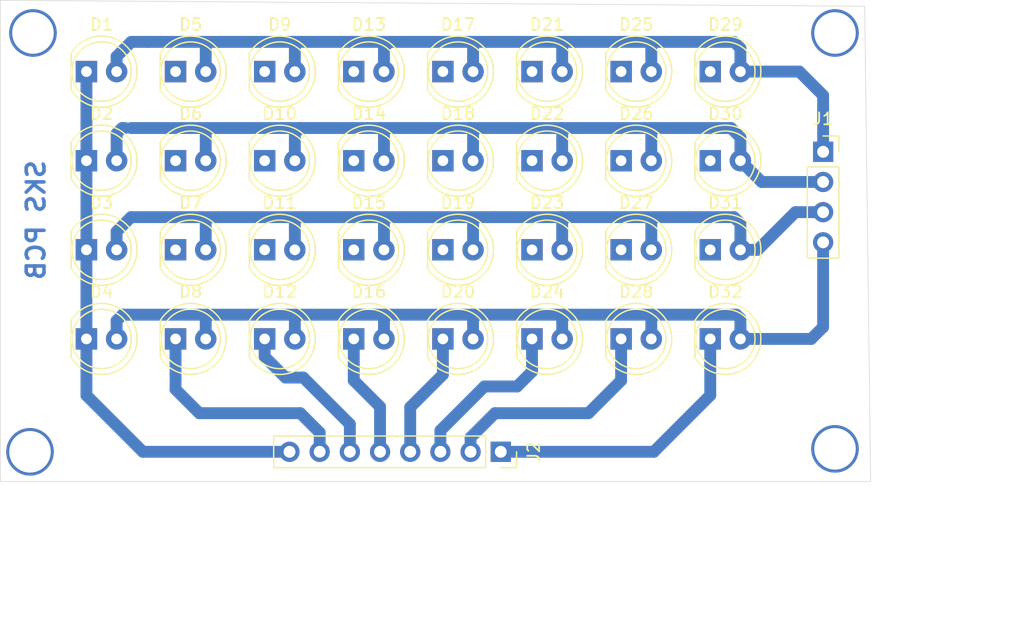
<source format=kicad_pcb>
(kicad_pcb (version 20171130) (host pcbnew 5.99.0+really5.1.10+dfsg1-1)

  (general
    (thickness 1.6)
    (drawings 7)
    (tracks 192)
    (zones 0)
    (modules 34)
    (nets 13)
  )

  (page A4)
  (layers
    (0 F.Cu signal)
    (31 B.Cu signal)
    (32 B.Adhes user)
    (33 F.Adhes user)
    (34 B.Paste user)
    (35 F.Paste user)
    (36 B.SilkS user)
    (37 F.SilkS user)
    (38 B.Mask user)
    (39 F.Mask user)
    (40 Dwgs.User user)
    (41 Cmts.User user)
    (42 Eco1.User user)
    (43 Eco2.User user)
    (44 Edge.Cuts user)
    (45 Margin user)
    (46 B.CrtYd user)
    (47 F.CrtYd user)
    (48 B.Fab user)
    (49 F.Fab user)
  )

  (setup
    (last_trace_width 1)
    (user_trace_width 0.8)
    (user_trace_width 1)
    (user_trace_width 1.2)
    (user_trace_width 1.5)
    (trace_clearance 0.2)
    (zone_clearance 0.508)
    (zone_45_only no)
    (trace_min 0.2)
    (via_size 0.8)
    (via_drill 0.4)
    (via_min_size 0.4)
    (via_min_drill 0.3)
    (user_via 2 1.5)
    (user_via 3 2.5)
    (user_via 4 3.5)
    (uvia_size 0.3)
    (uvia_drill 0.1)
    (uvias_allowed no)
    (uvia_min_size 0.2)
    (uvia_min_drill 0.1)
    (edge_width 0.05)
    (segment_width 0.2)
    (pcb_text_width 0.3)
    (pcb_text_size 1.5 1.5)
    (mod_edge_width 0.12)
    (mod_text_size 1 1)
    (mod_text_width 0.15)
    (pad_size 1.524 1.524)
    (pad_drill 0.762)
    (pad_to_mask_clearance 0)
    (aux_axis_origin 0 0)
    (visible_elements FFFFFF7F)
    (pcbplotparams
      (layerselection 0x010fc_ffffffff)
      (usegerberextensions false)
      (usegerberattributes true)
      (usegerberadvancedattributes true)
      (creategerberjobfile true)
      (excludeedgelayer true)
      (linewidth 0.100000)
      (plotframeref false)
      (viasonmask false)
      (mode 1)
      (useauxorigin false)
      (hpglpennumber 1)
      (hpglpenspeed 20)
      (hpglpendiameter 15.000000)
      (psnegative false)
      (psa4output false)
      (plotreference true)
      (plotvalue true)
      (plotinvisibletext false)
      (padsonsilk false)
      (subtractmaskfromsilk false)
      (outputformat 1)
      (mirror false)
      (drillshape 1)
      (scaleselection 1)
      (outputdirectory ""))
  )

  (net 0 "")
  (net 1 "Net-(D1-Pad2)")
  (net 2 "Net-(D1-Pad1)")
  (net 3 "Net-(D10-Pad2)")
  (net 4 "Net-(D11-Pad2)")
  (net 5 "Net-(D12-Pad2)")
  (net 6 "Net-(D5-Pad1)")
  (net 7 "Net-(D10-Pad1)")
  (net 8 "Net-(D13-Pad1)")
  (net 9 "Net-(D17-Pad1)")
  (net 10 "Net-(D21-Pad1)")
  (net 11 "Net-(D25-Pad1)")
  (net 12 "Net-(D29-Pad1)")

  (net_class Default "This is the default net class."
    (clearance 0.2)
    (trace_width 0.25)
    (via_dia 0.8)
    (via_drill 0.4)
    (uvia_dia 0.3)
    (uvia_drill 0.1)
    (add_net "Net-(D1-Pad1)")
    (add_net "Net-(D1-Pad2)")
    (add_net "Net-(D10-Pad1)")
    (add_net "Net-(D10-Pad2)")
    (add_net "Net-(D11-Pad2)")
    (add_net "Net-(D12-Pad2)")
    (add_net "Net-(D13-Pad1)")
    (add_net "Net-(D17-Pad1)")
    (add_net "Net-(D21-Pad1)")
    (add_net "Net-(D25-Pad1)")
    (add_net "Net-(D29-Pad1)")
    (add_net "Net-(D5-Pad1)")
  )

  (module LED_THT:LED_D5.0mm (layer F.Cu) (tedit 5995936A) (tstamp 61A78C6D)
    (at 72 68.25)
    (descr "LED, diameter 5.0mm, 2 pins, http://cdn-reichelt.de/documents/datenblatt/A500/LL-504BC2E-009.pdf")
    (tags "LED diameter 5.0mm 2 pins")
    (path /61A791A4)
    (fp_text reference D8 (at 1.27 -3.96) (layer F.SilkS)
      (effects (font (size 1 1) (thickness 0.15)))
    )
    (fp_text value LED (at 1.27 3.96) (layer F.Fab)
      (effects (font (size 1 1) (thickness 0.15)))
    )
    (fp_text user %R (at 1.25 0) (layer F.Fab)
      (effects (font (size 0.8 0.8) (thickness 0.2)))
    )
    (fp_arc (start 1.27 0) (end -1.29 1.54483) (angle -148.9) (layer F.SilkS) (width 0.12))
    (fp_arc (start 1.27 0) (end -1.29 -1.54483) (angle 148.9) (layer F.SilkS) (width 0.12))
    (fp_arc (start 1.27 0) (end -1.23 -1.469694) (angle 299.1) (layer F.Fab) (width 0.1))
    (fp_circle (center 1.27 0) (end 3.77 0) (layer F.Fab) (width 0.1))
    (fp_circle (center 1.27 0) (end 3.77 0) (layer F.SilkS) (width 0.12))
    (fp_line (start -1.23 -1.469694) (end -1.23 1.469694) (layer F.Fab) (width 0.1))
    (fp_line (start -1.29 -1.545) (end -1.29 1.545) (layer F.SilkS) (width 0.12))
    (fp_line (start -1.95 -3.25) (end -1.95 3.25) (layer F.CrtYd) (width 0.05))
    (fp_line (start -1.95 3.25) (end 4.5 3.25) (layer F.CrtYd) (width 0.05))
    (fp_line (start 4.5 3.25) (end 4.5 -3.25) (layer F.CrtYd) (width 0.05))
    (fp_line (start 4.5 -3.25) (end -1.95 -3.25) (layer F.CrtYd) (width 0.05))
    (pad 2 thru_hole circle (at 2.54 0) (size 1.8 1.8) (drill 0.9) (layers *.Cu *.Mask)
      (net 5 "Net-(D12-Pad2)"))
    (pad 1 thru_hole rect (at 0 0) (size 1.8 1.8) (drill 0.9) (layers *.Cu *.Mask)
      (net 6 "Net-(D5-Pad1)"))
    (model ${KISYS3DMOD}/LED_THT.3dshapes/LED_D5.0mm.wrl
      (at (xyz 0 0 0))
      (scale (xyz 1 1 1))
      (rotate (xyz 0 0 0))
    )
  )

  (module LED_THT:LED_D5.0mm (layer F.Cu) (tedit 5995936A) (tstamp 61A78DD5)
    (at 109.5 68.25)
    (descr "LED, diameter 5.0mm, 2 pins, http://cdn-reichelt.de/documents/datenblatt/A500/LL-504BC2E-009.pdf")
    (tags "LED diameter 5.0mm 2 pins")
    (path /61A87C4A)
    (fp_text reference D28 (at 1.27 -3.96) (layer F.SilkS)
      (effects (font (size 1 1) (thickness 0.15)))
    )
    (fp_text value LED (at 1.27 3.96) (layer F.Fab)
      (effects (font (size 1 1) (thickness 0.15)))
    )
    (fp_text user %R (at 1.25 0) (layer F.Fab)
      (effects (font (size 0.8 0.8) (thickness 0.2)))
    )
    (fp_arc (start 1.27 0) (end -1.29 1.54483) (angle -148.9) (layer F.SilkS) (width 0.12))
    (fp_arc (start 1.27 0) (end -1.29 -1.54483) (angle 148.9) (layer F.SilkS) (width 0.12))
    (fp_arc (start 1.27 0) (end -1.23 -1.469694) (angle 299.1) (layer F.Fab) (width 0.1))
    (fp_circle (center 1.27 0) (end 3.77 0) (layer F.Fab) (width 0.1))
    (fp_circle (center 1.27 0) (end 3.77 0) (layer F.SilkS) (width 0.12))
    (fp_line (start -1.23 -1.469694) (end -1.23 1.469694) (layer F.Fab) (width 0.1))
    (fp_line (start -1.29 -1.545) (end -1.29 1.545) (layer F.SilkS) (width 0.12))
    (fp_line (start -1.95 -3.25) (end -1.95 3.25) (layer F.CrtYd) (width 0.05))
    (fp_line (start -1.95 3.25) (end 4.5 3.25) (layer F.CrtYd) (width 0.05))
    (fp_line (start 4.5 3.25) (end 4.5 -3.25) (layer F.CrtYd) (width 0.05))
    (fp_line (start 4.5 -3.25) (end -1.95 -3.25) (layer F.CrtYd) (width 0.05))
    (pad 2 thru_hole circle (at 2.54 0) (size 1.8 1.8) (drill 0.9) (layers *.Cu *.Mask)
      (net 5 "Net-(D12-Pad2)"))
    (pad 1 thru_hole rect (at 0 0) (size 1.8 1.8) (drill 0.9) (layers *.Cu *.Mask)
      (net 11 "Net-(D25-Pad1)"))
    (model ${KISYS3DMOD}/LED_THT.3dshapes/LED_D5.0mm.wrl
      (at (xyz 0 0 0))
      (scale (xyz 1 1 1))
      (rotate (xyz 0 0 0))
    )
  )

  (module LED_THT:LED_D5.0mm (layer F.Cu) (tedit 5995936A) (tstamp 61A78E1D)
    (at 117 68.25)
    (descr "LED, diameter 5.0mm, 2 pins, http://cdn-reichelt.de/documents/datenblatt/A500/LL-504BC2E-009.pdf")
    (tags "LED diameter 5.0mm 2 pins")
    (path /61A87C62)
    (fp_text reference D32 (at 1.27 -3.96) (layer F.SilkS)
      (effects (font (size 1 1) (thickness 0.15)))
    )
    (fp_text value LED (at 1.27 3.96) (layer F.Fab)
      (effects (font (size 1 1) (thickness 0.15)))
    )
    (fp_text user %R (at 1.25 0) (layer F.Fab)
      (effects (font (size 0.8 0.8) (thickness 0.2)))
    )
    (fp_arc (start 1.27 0) (end -1.29 1.54483) (angle -148.9) (layer F.SilkS) (width 0.12))
    (fp_arc (start 1.27 0) (end -1.29 -1.54483) (angle 148.9) (layer F.SilkS) (width 0.12))
    (fp_arc (start 1.27 0) (end -1.23 -1.469694) (angle 299.1) (layer F.Fab) (width 0.1))
    (fp_circle (center 1.27 0) (end 3.77 0) (layer F.Fab) (width 0.1))
    (fp_circle (center 1.27 0) (end 3.77 0) (layer F.SilkS) (width 0.12))
    (fp_line (start -1.23 -1.469694) (end -1.23 1.469694) (layer F.Fab) (width 0.1))
    (fp_line (start -1.29 -1.545) (end -1.29 1.545) (layer F.SilkS) (width 0.12))
    (fp_line (start -1.95 -3.25) (end -1.95 3.25) (layer F.CrtYd) (width 0.05))
    (fp_line (start -1.95 3.25) (end 4.5 3.25) (layer F.CrtYd) (width 0.05))
    (fp_line (start 4.5 3.25) (end 4.5 -3.25) (layer F.CrtYd) (width 0.05))
    (fp_line (start 4.5 -3.25) (end -1.95 -3.25) (layer F.CrtYd) (width 0.05))
    (pad 2 thru_hole circle (at 2.54 0) (size 1.8 1.8) (drill 0.9) (layers *.Cu *.Mask)
      (net 5 "Net-(D12-Pad2)"))
    (pad 1 thru_hole rect (at 0 0) (size 1.8 1.8) (drill 0.9) (layers *.Cu *.Mask)
      (net 12 "Net-(D29-Pad1)"))
    (model ${KISYS3DMOD}/LED_THT.3dshapes/LED_D5.0mm.wrl
      (at (xyz 0 0 0))
      (scale (xyz 1 1 1))
      (rotate (xyz 0 0 0))
    )
  )

  (module LED_THT:LED_D5.0mm (layer F.Cu) (tedit 5995936A) (tstamp 61A78D8D)
    (at 102 68.25)
    (descr "LED, diameter 5.0mm, 2 pins, http://cdn-reichelt.de/documents/datenblatt/A500/LL-504BC2E-009.pdf")
    (tags "LED diameter 5.0mm 2 pins")
    (path /61A87C32)
    (fp_text reference D24 (at 1.27 -3.96) (layer F.SilkS)
      (effects (font (size 1 1) (thickness 0.15)))
    )
    (fp_text value LED (at 1.27 3.96) (layer F.Fab)
      (effects (font (size 1 1) (thickness 0.15)))
    )
    (fp_text user %R (at 1.25 0) (layer F.Fab)
      (effects (font (size 0.8 0.8) (thickness 0.2)))
    )
    (fp_arc (start 1.27 0) (end -1.29 1.54483) (angle -148.9) (layer F.SilkS) (width 0.12))
    (fp_arc (start 1.27 0) (end -1.29 -1.54483) (angle 148.9) (layer F.SilkS) (width 0.12))
    (fp_arc (start 1.27 0) (end -1.23 -1.469694) (angle 299.1) (layer F.Fab) (width 0.1))
    (fp_circle (center 1.27 0) (end 3.77 0) (layer F.Fab) (width 0.1))
    (fp_circle (center 1.27 0) (end 3.77 0) (layer F.SilkS) (width 0.12))
    (fp_line (start -1.23 -1.469694) (end -1.23 1.469694) (layer F.Fab) (width 0.1))
    (fp_line (start -1.29 -1.545) (end -1.29 1.545) (layer F.SilkS) (width 0.12))
    (fp_line (start -1.95 -3.25) (end -1.95 3.25) (layer F.CrtYd) (width 0.05))
    (fp_line (start -1.95 3.25) (end 4.5 3.25) (layer F.CrtYd) (width 0.05))
    (fp_line (start 4.5 3.25) (end 4.5 -3.25) (layer F.CrtYd) (width 0.05))
    (fp_line (start 4.5 -3.25) (end -1.95 -3.25) (layer F.CrtYd) (width 0.05))
    (pad 2 thru_hole circle (at 2.54 0) (size 1.8 1.8) (drill 0.9) (layers *.Cu *.Mask)
      (net 5 "Net-(D12-Pad2)"))
    (pad 1 thru_hole rect (at 0 0) (size 1.8 1.8) (drill 0.9) (layers *.Cu *.Mask)
      (net 10 "Net-(D21-Pad1)"))
    (model ${KISYS3DMOD}/LED_THT.3dshapes/LED_D5.0mm.wrl
      (at (xyz 0 0 0))
      (scale (xyz 1 1 1))
      (rotate (xyz 0 0 0))
    )
  )

  (module LED_THT:LED_D5.0mm (layer F.Cu) (tedit 5995936A) (tstamp 61A78BEF)
    (at 64.5 45.75)
    (descr "LED, diameter 5.0mm, 2 pins, http://cdn-reichelt.de/documents/datenblatt/A500/LL-504BC2E-009.pdf")
    (tags "LED diameter 5.0mm 2 pins")
    (path /61A72730)
    (fp_text reference D1 (at 1.27 -3.96) (layer F.SilkS)
      (effects (font (size 1 1) (thickness 0.15)))
    )
    (fp_text value LED (at 1.27 3.96) (layer F.Fab)
      (effects (font (size 1 1) (thickness 0.15)))
    )
    (fp_text user %R (at 1.25 0) (layer F.Fab)
      (effects (font (size 0.8 0.8) (thickness 0.2)))
    )
    (fp_arc (start 1.27 0) (end -1.29 1.54483) (angle -148.9) (layer F.SilkS) (width 0.12))
    (fp_arc (start 1.27 0) (end -1.29 -1.54483) (angle 148.9) (layer F.SilkS) (width 0.12))
    (fp_arc (start 1.27 0) (end -1.23 -1.469694) (angle 299.1) (layer F.Fab) (width 0.1))
    (fp_circle (center 1.27 0) (end 3.77 0) (layer F.Fab) (width 0.1))
    (fp_circle (center 1.27 0) (end 3.77 0) (layer F.SilkS) (width 0.12))
    (fp_line (start -1.23 -1.469694) (end -1.23 1.469694) (layer F.Fab) (width 0.1))
    (fp_line (start -1.29 -1.545) (end -1.29 1.545) (layer F.SilkS) (width 0.12))
    (fp_line (start -1.95 -3.25) (end -1.95 3.25) (layer F.CrtYd) (width 0.05))
    (fp_line (start -1.95 3.25) (end 4.5 3.25) (layer F.CrtYd) (width 0.05))
    (fp_line (start 4.5 3.25) (end 4.5 -3.25) (layer F.CrtYd) (width 0.05))
    (fp_line (start 4.5 -3.25) (end -1.95 -3.25) (layer F.CrtYd) (width 0.05))
    (pad 2 thru_hole circle (at 2.54 0) (size 1.8 1.8) (drill 0.9) (layers *.Cu *.Mask)
      (net 1 "Net-(D1-Pad2)"))
    (pad 1 thru_hole rect (at 0 0) (size 1.8 1.8) (drill 0.9) (layers *.Cu *.Mask)
      (net 2 "Net-(D1-Pad1)"))
    (model ${KISYS3DMOD}/LED_THT.3dshapes/LED_D5.0mm.wrl
      (at (xyz 0 0 0))
      (scale (xyz 1 1 1))
      (rotate (xyz 0 0 0))
    )
  )

  (module LED_THT:LED_D5.0mm (layer F.Cu) (tedit 5995936A) (tstamp 61A78C01)
    (at 64.5 53.25)
    (descr "LED, diameter 5.0mm, 2 pins, http://cdn-reichelt.de/documents/datenblatt/A500/LL-504BC2E-009.pdf")
    (tags "LED diameter 5.0mm 2 pins")
    (path /61A749A5)
    (fp_text reference D2 (at 1.27 -3.96) (layer F.SilkS)
      (effects (font (size 1 1) (thickness 0.15)))
    )
    (fp_text value LED (at 1.27 3.96) (layer F.Fab)
      (effects (font (size 1 1) (thickness 0.15)))
    )
    (fp_line (start 4.5 -3.25) (end -1.95 -3.25) (layer F.CrtYd) (width 0.05))
    (fp_line (start 4.5 3.25) (end 4.5 -3.25) (layer F.CrtYd) (width 0.05))
    (fp_line (start -1.95 3.25) (end 4.5 3.25) (layer F.CrtYd) (width 0.05))
    (fp_line (start -1.95 -3.25) (end -1.95 3.25) (layer F.CrtYd) (width 0.05))
    (fp_line (start -1.29 -1.545) (end -1.29 1.545) (layer F.SilkS) (width 0.12))
    (fp_line (start -1.23 -1.469694) (end -1.23 1.469694) (layer F.Fab) (width 0.1))
    (fp_circle (center 1.27 0) (end 3.77 0) (layer F.SilkS) (width 0.12))
    (fp_circle (center 1.27 0) (end 3.77 0) (layer F.Fab) (width 0.1))
    (fp_arc (start 1.27 0) (end -1.23 -1.469694) (angle 299.1) (layer F.Fab) (width 0.1))
    (fp_arc (start 1.27 0) (end -1.29 -1.54483) (angle 148.9) (layer F.SilkS) (width 0.12))
    (fp_arc (start 1.27 0) (end -1.29 1.54483) (angle -148.9) (layer F.SilkS) (width 0.12))
    (fp_text user %R (at 1.25 0) (layer F.Fab)
      (effects (font (size 0.8 0.8) (thickness 0.2)))
    )
    (pad 1 thru_hole rect (at 0 0) (size 1.8 1.8) (drill 0.9) (layers *.Cu *.Mask)
      (net 2 "Net-(D1-Pad1)"))
    (pad 2 thru_hole circle (at 2.54 0) (size 1.8 1.8) (drill 0.9) (layers *.Cu *.Mask)
      (net 3 "Net-(D10-Pad2)"))
    (model ${KISYS3DMOD}/LED_THT.3dshapes/LED_D5.0mm.wrl
      (at (xyz 0 0 0))
      (scale (xyz 1 1 1))
      (rotate (xyz 0 0 0))
    )
  )

  (module LED_THT:LED_D5.0mm (layer F.Cu) (tedit 5995936A) (tstamp 61A78C13)
    (at 64.5 60.75)
    (descr "LED, diameter 5.0mm, 2 pins, http://cdn-reichelt.de/documents/datenblatt/A500/LL-504BC2E-009.pdf")
    (tags "LED diameter 5.0mm 2 pins")
    (path /61A74D86)
    (fp_text reference D3 (at 1.27 -3.96) (layer F.SilkS)
      (effects (font (size 1 1) (thickness 0.15)))
    )
    (fp_text value LED (at 1.27 3.96) (layer F.Fab)
      (effects (font (size 1 1) (thickness 0.15)))
    )
    (fp_line (start 4.5 -3.25) (end -1.95 -3.25) (layer F.CrtYd) (width 0.05))
    (fp_line (start 4.5 3.25) (end 4.5 -3.25) (layer F.CrtYd) (width 0.05))
    (fp_line (start -1.95 3.25) (end 4.5 3.25) (layer F.CrtYd) (width 0.05))
    (fp_line (start -1.95 -3.25) (end -1.95 3.25) (layer F.CrtYd) (width 0.05))
    (fp_line (start -1.29 -1.545) (end -1.29 1.545) (layer F.SilkS) (width 0.12))
    (fp_line (start -1.23 -1.469694) (end -1.23 1.469694) (layer F.Fab) (width 0.1))
    (fp_circle (center 1.27 0) (end 3.77 0) (layer F.SilkS) (width 0.12))
    (fp_circle (center 1.27 0) (end 3.77 0) (layer F.Fab) (width 0.1))
    (fp_arc (start 1.27 0) (end -1.23 -1.469694) (angle 299.1) (layer F.Fab) (width 0.1))
    (fp_arc (start 1.27 0) (end -1.29 -1.54483) (angle 148.9) (layer F.SilkS) (width 0.12))
    (fp_arc (start 1.27 0) (end -1.29 1.54483) (angle -148.9) (layer F.SilkS) (width 0.12))
    (fp_text user %R (at 1.25 0) (layer F.Fab)
      (effects (font (size 0.8 0.8) (thickness 0.2)))
    )
    (pad 1 thru_hole rect (at 0 0) (size 1.8 1.8) (drill 0.9) (layers *.Cu *.Mask)
      (net 2 "Net-(D1-Pad1)"))
    (pad 2 thru_hole circle (at 2.54 0) (size 1.8 1.8) (drill 0.9) (layers *.Cu *.Mask)
      (net 4 "Net-(D11-Pad2)"))
    (model ${KISYS3DMOD}/LED_THT.3dshapes/LED_D5.0mm.wrl
      (at (xyz 0 0 0))
      (scale (xyz 1 1 1))
      (rotate (xyz 0 0 0))
    )
  )

  (module LED_THT:LED_D5.0mm (layer F.Cu) (tedit 5995936A) (tstamp 61A78C25)
    (at 64.5 68.25)
    (descr "LED, diameter 5.0mm, 2 pins, http://cdn-reichelt.de/documents/datenblatt/A500/LL-504BC2E-009.pdf")
    (tags "LED diameter 5.0mm 2 pins")
    (path /61A751C8)
    (fp_text reference D4 (at 1.27 -3.96) (layer F.SilkS)
      (effects (font (size 1 1) (thickness 0.15)))
    )
    (fp_text value LED (at 1.27 3.96) (layer F.Fab)
      (effects (font (size 1 1) (thickness 0.15)))
    )
    (fp_text user %R (at 1.25 0) (layer F.Fab)
      (effects (font (size 0.8 0.8) (thickness 0.2)))
    )
    (fp_arc (start 1.27 0) (end -1.29 1.54483) (angle -148.9) (layer F.SilkS) (width 0.12))
    (fp_arc (start 1.27 0) (end -1.29 -1.54483) (angle 148.9) (layer F.SilkS) (width 0.12))
    (fp_arc (start 1.27 0) (end -1.23 -1.469694) (angle 299.1) (layer F.Fab) (width 0.1))
    (fp_circle (center 1.27 0) (end 3.77 0) (layer F.Fab) (width 0.1))
    (fp_circle (center 1.27 0) (end 3.77 0) (layer F.SilkS) (width 0.12))
    (fp_line (start -1.23 -1.469694) (end -1.23 1.469694) (layer F.Fab) (width 0.1))
    (fp_line (start -1.29 -1.545) (end -1.29 1.545) (layer F.SilkS) (width 0.12))
    (fp_line (start -1.95 -3.25) (end -1.95 3.25) (layer F.CrtYd) (width 0.05))
    (fp_line (start -1.95 3.25) (end 4.5 3.25) (layer F.CrtYd) (width 0.05))
    (fp_line (start 4.5 3.25) (end 4.5 -3.25) (layer F.CrtYd) (width 0.05))
    (fp_line (start 4.5 -3.25) (end -1.95 -3.25) (layer F.CrtYd) (width 0.05))
    (pad 2 thru_hole circle (at 2.54 0) (size 1.8 1.8) (drill 0.9) (layers *.Cu *.Mask)
      (net 5 "Net-(D12-Pad2)"))
    (pad 1 thru_hole rect (at 0 0) (size 1.8 1.8) (drill 0.9) (layers *.Cu *.Mask)
      (net 2 "Net-(D1-Pad1)"))
    (model ${KISYS3DMOD}/LED_THT.3dshapes/LED_D5.0mm.wrl
      (at (xyz 0 0 0))
      (scale (xyz 1 1 1))
      (rotate (xyz 0 0 0))
    )
  )

  (module LED_THT:LED_D5.0mm (layer F.Cu) (tedit 5995936A) (tstamp 61A78C37)
    (at 72 45.75)
    (descr "LED, diameter 5.0mm, 2 pins, http://cdn-reichelt.de/documents/datenblatt/A500/LL-504BC2E-009.pdf")
    (tags "LED diameter 5.0mm 2 pins")
    (path /61A79192)
    (fp_text reference D5 (at 1.27 -3.96) (layer F.SilkS)
      (effects (font (size 1 1) (thickness 0.15)))
    )
    (fp_text value LED (at 1.27 3.96) (layer F.Fab)
      (effects (font (size 1 1) (thickness 0.15)))
    )
    (fp_line (start 4.5 -3.25) (end -1.95 -3.25) (layer F.CrtYd) (width 0.05))
    (fp_line (start 4.5 3.25) (end 4.5 -3.25) (layer F.CrtYd) (width 0.05))
    (fp_line (start -1.95 3.25) (end 4.5 3.25) (layer F.CrtYd) (width 0.05))
    (fp_line (start -1.95 -3.25) (end -1.95 3.25) (layer F.CrtYd) (width 0.05))
    (fp_line (start -1.29 -1.545) (end -1.29 1.545) (layer F.SilkS) (width 0.12))
    (fp_line (start -1.23 -1.469694) (end -1.23 1.469694) (layer F.Fab) (width 0.1))
    (fp_circle (center 1.27 0) (end 3.77 0) (layer F.SilkS) (width 0.12))
    (fp_circle (center 1.27 0) (end 3.77 0) (layer F.Fab) (width 0.1))
    (fp_arc (start 1.27 0) (end -1.23 -1.469694) (angle 299.1) (layer F.Fab) (width 0.1))
    (fp_arc (start 1.27 0) (end -1.29 -1.54483) (angle 148.9) (layer F.SilkS) (width 0.12))
    (fp_arc (start 1.27 0) (end -1.29 1.54483) (angle -148.9) (layer F.SilkS) (width 0.12))
    (fp_text user %R (at 1.25 0) (layer F.Fab)
      (effects (font (size 0.8 0.8) (thickness 0.2)))
    )
    (pad 1 thru_hole rect (at 0 0) (size 1.8 1.8) (drill 0.9) (layers *.Cu *.Mask)
      (net 6 "Net-(D5-Pad1)"))
    (pad 2 thru_hole circle (at 2.54 0) (size 1.8 1.8) (drill 0.9) (layers *.Cu *.Mask)
      (net 1 "Net-(D1-Pad2)"))
    (model ${KISYS3DMOD}/LED_THT.3dshapes/LED_D5.0mm.wrl
      (at (xyz 0 0 0))
      (scale (xyz 1 1 1))
      (rotate (xyz 0 0 0))
    )
  )

  (module LED_THT:LED_D5.0mm (layer F.Cu) (tedit 5995936A) (tstamp 61A78C49)
    (at 72 53.25)
    (descr "LED, diameter 5.0mm, 2 pins, http://cdn-reichelt.de/documents/datenblatt/A500/LL-504BC2E-009.pdf")
    (tags "LED diameter 5.0mm 2 pins")
    (path /61A79198)
    (fp_text reference D6 (at 1.27 -3.96) (layer F.SilkS)
      (effects (font (size 1 1) (thickness 0.15)))
    )
    (fp_text value LED (at 1.27 3.96) (layer F.Fab)
      (effects (font (size 1 1) (thickness 0.15)))
    )
    (fp_text user %R (at 1.25 0) (layer F.Fab)
      (effects (font (size 0.8 0.8) (thickness 0.2)))
    )
    (fp_arc (start 1.27 0) (end -1.29 1.54483) (angle -148.9) (layer F.SilkS) (width 0.12))
    (fp_arc (start 1.27 0) (end -1.29 -1.54483) (angle 148.9) (layer F.SilkS) (width 0.12))
    (fp_arc (start 1.27 0) (end -1.23 -1.469694) (angle 299.1) (layer F.Fab) (width 0.1))
    (fp_circle (center 1.27 0) (end 3.77 0) (layer F.Fab) (width 0.1))
    (fp_circle (center 1.27 0) (end 3.77 0) (layer F.SilkS) (width 0.12))
    (fp_line (start -1.23 -1.469694) (end -1.23 1.469694) (layer F.Fab) (width 0.1))
    (fp_line (start -1.29 -1.545) (end -1.29 1.545) (layer F.SilkS) (width 0.12))
    (fp_line (start -1.95 -3.25) (end -1.95 3.25) (layer F.CrtYd) (width 0.05))
    (fp_line (start -1.95 3.25) (end 4.5 3.25) (layer F.CrtYd) (width 0.05))
    (fp_line (start 4.5 3.25) (end 4.5 -3.25) (layer F.CrtYd) (width 0.05))
    (fp_line (start 4.5 -3.25) (end -1.95 -3.25) (layer F.CrtYd) (width 0.05))
    (pad 2 thru_hole circle (at 2.54 0) (size 1.8 1.8) (drill 0.9) (layers *.Cu *.Mask)
      (net 3 "Net-(D10-Pad2)"))
    (pad 1 thru_hole rect (at 0 0) (size 1.8 1.8) (drill 0.9) (layers *.Cu *.Mask)
      (net 6 "Net-(D5-Pad1)"))
    (model ${KISYS3DMOD}/LED_THT.3dshapes/LED_D5.0mm.wrl
      (at (xyz 0 0 0))
      (scale (xyz 1 1 1))
      (rotate (xyz 0 0 0))
    )
  )

  (module LED_THT:LED_D5.0mm (layer F.Cu) (tedit 5995936A) (tstamp 61A78C5B)
    (at 72 60.75)
    (descr "LED, diameter 5.0mm, 2 pins, http://cdn-reichelt.de/documents/datenblatt/A500/LL-504BC2E-009.pdf")
    (tags "LED diameter 5.0mm 2 pins")
    (path /61A7919E)
    (fp_text reference D7 (at 1.27 -3.96) (layer F.SilkS)
      (effects (font (size 1 1) (thickness 0.15)))
    )
    (fp_text value LED (at 1.27 3.96) (layer F.Fab)
      (effects (font (size 1 1) (thickness 0.15)))
    )
    (fp_line (start 4.5 -3.25) (end -1.95 -3.25) (layer F.CrtYd) (width 0.05))
    (fp_line (start 4.5 3.25) (end 4.5 -3.25) (layer F.CrtYd) (width 0.05))
    (fp_line (start -1.95 3.25) (end 4.5 3.25) (layer F.CrtYd) (width 0.05))
    (fp_line (start -1.95 -3.25) (end -1.95 3.25) (layer F.CrtYd) (width 0.05))
    (fp_line (start -1.29 -1.545) (end -1.29 1.545) (layer F.SilkS) (width 0.12))
    (fp_line (start -1.23 -1.469694) (end -1.23 1.469694) (layer F.Fab) (width 0.1))
    (fp_circle (center 1.27 0) (end 3.77 0) (layer F.SilkS) (width 0.12))
    (fp_circle (center 1.27 0) (end 3.77 0) (layer F.Fab) (width 0.1))
    (fp_arc (start 1.27 0) (end -1.23 -1.469694) (angle 299.1) (layer F.Fab) (width 0.1))
    (fp_arc (start 1.27 0) (end -1.29 -1.54483) (angle 148.9) (layer F.SilkS) (width 0.12))
    (fp_arc (start 1.27 0) (end -1.29 1.54483) (angle -148.9) (layer F.SilkS) (width 0.12))
    (fp_text user %R (at 1.25 0) (layer F.Fab)
      (effects (font (size 0.8 0.8) (thickness 0.2)))
    )
    (pad 1 thru_hole rect (at 0 0) (size 1.8 1.8) (drill 0.9) (layers *.Cu *.Mask)
      (net 6 "Net-(D5-Pad1)"))
    (pad 2 thru_hole circle (at 2.54 0) (size 1.8 1.8) (drill 0.9) (layers *.Cu *.Mask)
      (net 4 "Net-(D11-Pad2)"))
    (model ${KISYS3DMOD}/LED_THT.3dshapes/LED_D5.0mm.wrl
      (at (xyz 0 0 0))
      (scale (xyz 1 1 1))
      (rotate (xyz 0 0 0))
    )
  )

  (module LED_THT:LED_D5.0mm (layer F.Cu) (tedit 5995936A) (tstamp 61A78C7F)
    (at 79.5 45.75)
    (descr "LED, diameter 5.0mm, 2 pins, http://cdn-reichelt.de/documents/datenblatt/A500/LL-504BC2E-009.pdf")
    (tags "LED diameter 5.0mm 2 pins")
    (path /61A7B658)
    (fp_text reference D9 (at 1.27 -3.96) (layer F.SilkS)
      (effects (font (size 1 1) (thickness 0.15)))
    )
    (fp_text value LED (at 1.27 3.96) (layer F.Fab)
      (effects (font (size 1 1) (thickness 0.15)))
    )
    (fp_line (start 4.5 -3.25) (end -1.95 -3.25) (layer F.CrtYd) (width 0.05))
    (fp_line (start 4.5 3.25) (end 4.5 -3.25) (layer F.CrtYd) (width 0.05))
    (fp_line (start -1.95 3.25) (end 4.5 3.25) (layer F.CrtYd) (width 0.05))
    (fp_line (start -1.95 -3.25) (end -1.95 3.25) (layer F.CrtYd) (width 0.05))
    (fp_line (start -1.29 -1.545) (end -1.29 1.545) (layer F.SilkS) (width 0.12))
    (fp_line (start -1.23 -1.469694) (end -1.23 1.469694) (layer F.Fab) (width 0.1))
    (fp_circle (center 1.27 0) (end 3.77 0) (layer F.SilkS) (width 0.12))
    (fp_circle (center 1.27 0) (end 3.77 0) (layer F.Fab) (width 0.1))
    (fp_arc (start 1.27 0) (end -1.23 -1.469694) (angle 299.1) (layer F.Fab) (width 0.1))
    (fp_arc (start 1.27 0) (end -1.29 -1.54483) (angle 148.9) (layer F.SilkS) (width 0.12))
    (fp_arc (start 1.27 0) (end -1.29 1.54483) (angle -148.9) (layer F.SilkS) (width 0.12))
    (fp_text user %R (at 1.25 0) (layer F.Fab)
      (effects (font (size 0.8 0.8) (thickness 0.2)))
    )
    (pad 1 thru_hole rect (at 0 0) (size 1.8 1.8) (drill 0.9) (layers *.Cu *.Mask)
      (net 7 "Net-(D10-Pad1)"))
    (pad 2 thru_hole circle (at 2.54 0) (size 1.8 1.8) (drill 0.9) (layers *.Cu *.Mask)
      (net 1 "Net-(D1-Pad2)"))
    (model ${KISYS3DMOD}/LED_THT.3dshapes/LED_D5.0mm.wrl
      (at (xyz 0 0 0))
      (scale (xyz 1 1 1))
      (rotate (xyz 0 0 0))
    )
  )

  (module LED_THT:LED_D5.0mm (layer F.Cu) (tedit 5995936A) (tstamp 61A78C91)
    (at 79.5 53.25)
    (descr "LED, diameter 5.0mm, 2 pins, http://cdn-reichelt.de/documents/datenblatt/A500/LL-504BC2E-009.pdf")
    (tags "LED diameter 5.0mm 2 pins")
    (path /61A7B65E)
    (fp_text reference D10 (at 1.27 -3.96) (layer F.SilkS)
      (effects (font (size 1 1) (thickness 0.15)))
    )
    (fp_text value LED (at 1.27 3.96) (layer F.Fab)
      (effects (font (size 1 1) (thickness 0.15)))
    )
    (fp_text user %R (at 1.25 0) (layer F.Fab)
      (effects (font (size 0.8 0.8) (thickness 0.2)))
    )
    (fp_arc (start 1.27 0) (end -1.29 1.54483) (angle -148.9) (layer F.SilkS) (width 0.12))
    (fp_arc (start 1.27 0) (end -1.29 -1.54483) (angle 148.9) (layer F.SilkS) (width 0.12))
    (fp_arc (start 1.27 0) (end -1.23 -1.469694) (angle 299.1) (layer F.Fab) (width 0.1))
    (fp_circle (center 1.27 0) (end 3.77 0) (layer F.Fab) (width 0.1))
    (fp_circle (center 1.27 0) (end 3.77 0) (layer F.SilkS) (width 0.12))
    (fp_line (start -1.23 -1.469694) (end -1.23 1.469694) (layer F.Fab) (width 0.1))
    (fp_line (start -1.29 -1.545) (end -1.29 1.545) (layer F.SilkS) (width 0.12))
    (fp_line (start -1.95 -3.25) (end -1.95 3.25) (layer F.CrtYd) (width 0.05))
    (fp_line (start -1.95 3.25) (end 4.5 3.25) (layer F.CrtYd) (width 0.05))
    (fp_line (start 4.5 3.25) (end 4.5 -3.25) (layer F.CrtYd) (width 0.05))
    (fp_line (start 4.5 -3.25) (end -1.95 -3.25) (layer F.CrtYd) (width 0.05))
    (pad 2 thru_hole circle (at 2.54 0) (size 1.8 1.8) (drill 0.9) (layers *.Cu *.Mask)
      (net 3 "Net-(D10-Pad2)"))
    (pad 1 thru_hole rect (at 0 0) (size 1.8 1.8) (drill 0.9) (layers *.Cu *.Mask)
      (net 7 "Net-(D10-Pad1)"))
    (model ${KISYS3DMOD}/LED_THT.3dshapes/LED_D5.0mm.wrl
      (at (xyz 0 0 0))
      (scale (xyz 1 1 1))
      (rotate (xyz 0 0 0))
    )
  )

  (module LED_THT:LED_D5.0mm (layer F.Cu) (tedit 5995936A) (tstamp 61A78CA3)
    (at 79.5 60.75)
    (descr "LED, diameter 5.0mm, 2 pins, http://cdn-reichelt.de/documents/datenblatt/A500/LL-504BC2E-009.pdf")
    (tags "LED diameter 5.0mm 2 pins")
    (path /61A7B664)
    (fp_text reference D11 (at 1.27 -3.96) (layer F.SilkS)
      (effects (font (size 1 1) (thickness 0.15)))
    )
    (fp_text value LED (at 1.27 3.96) (layer F.Fab)
      (effects (font (size 1 1) (thickness 0.15)))
    )
    (fp_line (start 4.5 -3.25) (end -1.95 -3.25) (layer F.CrtYd) (width 0.05))
    (fp_line (start 4.5 3.25) (end 4.5 -3.25) (layer F.CrtYd) (width 0.05))
    (fp_line (start -1.95 3.25) (end 4.5 3.25) (layer F.CrtYd) (width 0.05))
    (fp_line (start -1.95 -3.25) (end -1.95 3.25) (layer F.CrtYd) (width 0.05))
    (fp_line (start -1.29 -1.545) (end -1.29 1.545) (layer F.SilkS) (width 0.12))
    (fp_line (start -1.23 -1.469694) (end -1.23 1.469694) (layer F.Fab) (width 0.1))
    (fp_circle (center 1.27 0) (end 3.77 0) (layer F.SilkS) (width 0.12))
    (fp_circle (center 1.27 0) (end 3.77 0) (layer F.Fab) (width 0.1))
    (fp_arc (start 1.27 0) (end -1.23 -1.469694) (angle 299.1) (layer F.Fab) (width 0.1))
    (fp_arc (start 1.27 0) (end -1.29 -1.54483) (angle 148.9) (layer F.SilkS) (width 0.12))
    (fp_arc (start 1.27 0) (end -1.29 1.54483) (angle -148.9) (layer F.SilkS) (width 0.12))
    (fp_text user %R (at 1.25 0) (layer F.Fab)
      (effects (font (size 0.8 0.8) (thickness 0.2)))
    )
    (pad 1 thru_hole rect (at 0 0) (size 1.8 1.8) (drill 0.9) (layers *.Cu *.Mask)
      (net 7 "Net-(D10-Pad1)"))
    (pad 2 thru_hole circle (at 2.54 0) (size 1.8 1.8) (drill 0.9) (layers *.Cu *.Mask)
      (net 4 "Net-(D11-Pad2)"))
    (model ${KISYS3DMOD}/LED_THT.3dshapes/LED_D5.0mm.wrl
      (at (xyz 0 0 0))
      (scale (xyz 1 1 1))
      (rotate (xyz 0 0 0))
    )
  )

  (module LED_THT:LED_D5.0mm (layer F.Cu) (tedit 5995936A) (tstamp 61A78CB5)
    (at 79.5 68.25)
    (descr "LED, diameter 5.0mm, 2 pins, http://cdn-reichelt.de/documents/datenblatt/A500/LL-504BC2E-009.pdf")
    (tags "LED diameter 5.0mm 2 pins")
    (path /61A7B66A)
    (fp_text reference D12 (at 1.27 -3.96) (layer F.SilkS)
      (effects (font (size 1 1) (thickness 0.15)))
    )
    (fp_text value LED (at 1.27 3.96) (layer F.Fab)
      (effects (font (size 1 1) (thickness 0.15)))
    )
    (fp_text user %R (at 1.25 0) (layer F.Fab)
      (effects (font (size 0.8 0.8) (thickness 0.2)))
    )
    (fp_arc (start 1.27 0) (end -1.29 1.54483) (angle -148.9) (layer F.SilkS) (width 0.12))
    (fp_arc (start 1.27 0) (end -1.29 -1.54483) (angle 148.9) (layer F.SilkS) (width 0.12))
    (fp_arc (start 1.27 0) (end -1.23 -1.469694) (angle 299.1) (layer F.Fab) (width 0.1))
    (fp_circle (center 1.27 0) (end 3.77 0) (layer F.Fab) (width 0.1))
    (fp_circle (center 1.27 0) (end 3.77 0) (layer F.SilkS) (width 0.12))
    (fp_line (start -1.23 -1.469694) (end -1.23 1.469694) (layer F.Fab) (width 0.1))
    (fp_line (start -1.29 -1.545) (end -1.29 1.545) (layer F.SilkS) (width 0.12))
    (fp_line (start -1.95 -3.25) (end -1.95 3.25) (layer F.CrtYd) (width 0.05))
    (fp_line (start -1.95 3.25) (end 4.5 3.25) (layer F.CrtYd) (width 0.05))
    (fp_line (start 4.5 3.25) (end 4.5 -3.25) (layer F.CrtYd) (width 0.05))
    (fp_line (start 4.5 -3.25) (end -1.95 -3.25) (layer F.CrtYd) (width 0.05))
    (pad 2 thru_hole circle (at 2.54 0) (size 1.8 1.8) (drill 0.9) (layers *.Cu *.Mask)
      (net 5 "Net-(D12-Pad2)"))
    (pad 1 thru_hole rect (at 0 0) (size 1.8 1.8) (drill 0.9) (layers *.Cu *.Mask)
      (net 7 "Net-(D10-Pad1)"))
    (model ${KISYS3DMOD}/LED_THT.3dshapes/LED_D5.0mm.wrl
      (at (xyz 0 0 0))
      (scale (xyz 1 1 1))
      (rotate (xyz 0 0 0))
    )
  )

  (module LED_THT:LED_D5.0mm (layer F.Cu) (tedit 5995936A) (tstamp 61A78CC7)
    (at 87 45.75)
    (descr "LED, diameter 5.0mm, 2 pins, http://cdn-reichelt.de/documents/datenblatt/A500/LL-504BC2E-009.pdf")
    (tags "LED diameter 5.0mm 2 pins")
    (path /61A7CB1A)
    (fp_text reference D13 (at 1.27 -3.96) (layer F.SilkS)
      (effects (font (size 1 1) (thickness 0.15)))
    )
    (fp_text value LED (at 1.27 3.96) (layer F.Fab)
      (effects (font (size 1 1) (thickness 0.15)))
    )
    (fp_line (start 4.5 -3.25) (end -1.95 -3.25) (layer F.CrtYd) (width 0.05))
    (fp_line (start 4.5 3.25) (end 4.5 -3.25) (layer F.CrtYd) (width 0.05))
    (fp_line (start -1.95 3.25) (end 4.5 3.25) (layer F.CrtYd) (width 0.05))
    (fp_line (start -1.95 -3.25) (end -1.95 3.25) (layer F.CrtYd) (width 0.05))
    (fp_line (start -1.29 -1.545) (end -1.29 1.545) (layer F.SilkS) (width 0.12))
    (fp_line (start -1.23 -1.469694) (end -1.23 1.469694) (layer F.Fab) (width 0.1))
    (fp_circle (center 1.27 0) (end 3.77 0) (layer F.SilkS) (width 0.12))
    (fp_circle (center 1.27 0) (end 3.77 0) (layer F.Fab) (width 0.1))
    (fp_arc (start 1.27 0) (end -1.23 -1.469694) (angle 299.1) (layer F.Fab) (width 0.1))
    (fp_arc (start 1.27 0) (end -1.29 -1.54483) (angle 148.9) (layer F.SilkS) (width 0.12))
    (fp_arc (start 1.27 0) (end -1.29 1.54483) (angle -148.9) (layer F.SilkS) (width 0.12))
    (fp_text user %R (at 1.25 0) (layer F.Fab)
      (effects (font (size 0.8 0.8) (thickness 0.2)))
    )
    (pad 1 thru_hole rect (at 0 0) (size 1.8 1.8) (drill 0.9) (layers *.Cu *.Mask)
      (net 8 "Net-(D13-Pad1)"))
    (pad 2 thru_hole circle (at 2.54 0) (size 1.8 1.8) (drill 0.9) (layers *.Cu *.Mask)
      (net 1 "Net-(D1-Pad2)"))
    (model ${KISYS3DMOD}/LED_THT.3dshapes/LED_D5.0mm.wrl
      (at (xyz 0 0 0))
      (scale (xyz 1 1 1))
      (rotate (xyz 0 0 0))
    )
  )

  (module LED_THT:LED_D5.0mm (layer F.Cu) (tedit 5995936A) (tstamp 61A78CD9)
    (at 87 53.25)
    (descr "LED, diameter 5.0mm, 2 pins, http://cdn-reichelt.de/documents/datenblatt/A500/LL-504BC2E-009.pdf")
    (tags "LED diameter 5.0mm 2 pins")
    (path /61A7CB20)
    (fp_text reference D14 (at 1.27 -3.96) (layer F.SilkS)
      (effects (font (size 1 1) (thickness 0.15)))
    )
    (fp_text value LED (at 1.27 3.96) (layer F.Fab)
      (effects (font (size 1 1) (thickness 0.15)))
    )
    (fp_text user %R (at 1.25 0) (layer F.Fab)
      (effects (font (size 0.8 0.8) (thickness 0.2)))
    )
    (fp_arc (start 1.27 0) (end -1.29 1.54483) (angle -148.9) (layer F.SilkS) (width 0.12))
    (fp_arc (start 1.27 0) (end -1.29 -1.54483) (angle 148.9) (layer F.SilkS) (width 0.12))
    (fp_arc (start 1.27 0) (end -1.23 -1.469694) (angle 299.1) (layer F.Fab) (width 0.1))
    (fp_circle (center 1.27 0) (end 3.77 0) (layer F.Fab) (width 0.1))
    (fp_circle (center 1.27 0) (end 3.77 0) (layer F.SilkS) (width 0.12))
    (fp_line (start -1.23 -1.469694) (end -1.23 1.469694) (layer F.Fab) (width 0.1))
    (fp_line (start -1.29 -1.545) (end -1.29 1.545) (layer F.SilkS) (width 0.12))
    (fp_line (start -1.95 -3.25) (end -1.95 3.25) (layer F.CrtYd) (width 0.05))
    (fp_line (start -1.95 3.25) (end 4.5 3.25) (layer F.CrtYd) (width 0.05))
    (fp_line (start 4.5 3.25) (end 4.5 -3.25) (layer F.CrtYd) (width 0.05))
    (fp_line (start 4.5 -3.25) (end -1.95 -3.25) (layer F.CrtYd) (width 0.05))
    (pad 2 thru_hole circle (at 2.54 0) (size 1.8 1.8) (drill 0.9) (layers *.Cu *.Mask)
      (net 3 "Net-(D10-Pad2)"))
    (pad 1 thru_hole rect (at 0 0) (size 1.8 1.8) (drill 0.9) (layers *.Cu *.Mask)
      (net 8 "Net-(D13-Pad1)"))
    (model ${KISYS3DMOD}/LED_THT.3dshapes/LED_D5.0mm.wrl
      (at (xyz 0 0 0))
      (scale (xyz 1 1 1))
      (rotate (xyz 0 0 0))
    )
  )

  (module LED_THT:LED_D5.0mm (layer F.Cu) (tedit 5995936A) (tstamp 61A78CEB)
    (at 87 60.75)
    (descr "LED, diameter 5.0mm, 2 pins, http://cdn-reichelt.de/documents/datenblatt/A500/LL-504BC2E-009.pdf")
    (tags "LED diameter 5.0mm 2 pins")
    (path /61A7CB26)
    (fp_text reference D15 (at 1.27 -3.96) (layer F.SilkS)
      (effects (font (size 1 1) (thickness 0.15)))
    )
    (fp_text value LED (at 1.27 3.96) (layer F.Fab)
      (effects (font (size 1 1) (thickness 0.15)))
    )
    (fp_line (start 4.5 -3.25) (end -1.95 -3.25) (layer F.CrtYd) (width 0.05))
    (fp_line (start 4.5 3.25) (end 4.5 -3.25) (layer F.CrtYd) (width 0.05))
    (fp_line (start -1.95 3.25) (end 4.5 3.25) (layer F.CrtYd) (width 0.05))
    (fp_line (start -1.95 -3.25) (end -1.95 3.25) (layer F.CrtYd) (width 0.05))
    (fp_line (start -1.29 -1.545) (end -1.29 1.545) (layer F.SilkS) (width 0.12))
    (fp_line (start -1.23 -1.469694) (end -1.23 1.469694) (layer F.Fab) (width 0.1))
    (fp_circle (center 1.27 0) (end 3.77 0) (layer F.SilkS) (width 0.12))
    (fp_circle (center 1.27 0) (end 3.77 0) (layer F.Fab) (width 0.1))
    (fp_arc (start 1.27 0) (end -1.23 -1.469694) (angle 299.1) (layer F.Fab) (width 0.1))
    (fp_arc (start 1.27 0) (end -1.29 -1.54483) (angle 148.9) (layer F.SilkS) (width 0.12))
    (fp_arc (start 1.27 0) (end -1.29 1.54483) (angle -148.9) (layer F.SilkS) (width 0.12))
    (fp_text user %R (at 1.25 0) (layer F.Fab)
      (effects (font (size 0.8 0.8) (thickness 0.2)))
    )
    (pad 1 thru_hole rect (at 0 0) (size 1.8 1.8) (drill 0.9) (layers *.Cu *.Mask)
      (net 8 "Net-(D13-Pad1)"))
    (pad 2 thru_hole circle (at 2.54 0) (size 1.8 1.8) (drill 0.9) (layers *.Cu *.Mask)
      (net 4 "Net-(D11-Pad2)"))
    (model ${KISYS3DMOD}/LED_THT.3dshapes/LED_D5.0mm.wrl
      (at (xyz 0 0 0))
      (scale (xyz 1 1 1))
      (rotate (xyz 0 0 0))
    )
  )

  (module LED_THT:LED_D5.0mm (layer F.Cu) (tedit 5995936A) (tstamp 61A78CFD)
    (at 87 68.25)
    (descr "LED, diameter 5.0mm, 2 pins, http://cdn-reichelt.de/documents/datenblatt/A500/LL-504BC2E-009.pdf")
    (tags "LED diameter 5.0mm 2 pins")
    (path /61A7CB2C)
    (fp_text reference D16 (at 1.27 -3.96) (layer F.SilkS)
      (effects (font (size 1 1) (thickness 0.15)))
    )
    (fp_text value LED (at 1.27 3.96) (layer F.Fab)
      (effects (font (size 1 1) (thickness 0.15)))
    )
    (fp_line (start 4.5 -3.25) (end -1.95 -3.25) (layer F.CrtYd) (width 0.05))
    (fp_line (start 4.5 3.25) (end 4.5 -3.25) (layer F.CrtYd) (width 0.05))
    (fp_line (start -1.95 3.25) (end 4.5 3.25) (layer F.CrtYd) (width 0.05))
    (fp_line (start -1.95 -3.25) (end -1.95 3.25) (layer F.CrtYd) (width 0.05))
    (fp_line (start -1.29 -1.545) (end -1.29 1.545) (layer F.SilkS) (width 0.12))
    (fp_line (start -1.23 -1.469694) (end -1.23 1.469694) (layer F.Fab) (width 0.1))
    (fp_circle (center 1.27 0) (end 3.77 0) (layer F.SilkS) (width 0.12))
    (fp_circle (center 1.27 0) (end 3.77 0) (layer F.Fab) (width 0.1))
    (fp_arc (start 1.27 0) (end -1.23 -1.469694) (angle 299.1) (layer F.Fab) (width 0.1))
    (fp_arc (start 1.27 0) (end -1.29 -1.54483) (angle 148.9) (layer F.SilkS) (width 0.12))
    (fp_arc (start 1.27 0) (end -1.29 1.54483) (angle -148.9) (layer F.SilkS) (width 0.12))
    (fp_text user %R (at 1.25 0) (layer F.Fab)
      (effects (font (size 0.8 0.8) (thickness 0.2)))
    )
    (pad 1 thru_hole rect (at 0 0) (size 1.8 1.8) (drill 0.9) (layers *.Cu *.Mask)
      (net 8 "Net-(D13-Pad1)"))
    (pad 2 thru_hole circle (at 2.54 0) (size 1.8 1.8) (drill 0.9) (layers *.Cu *.Mask)
      (net 5 "Net-(D12-Pad2)"))
    (model ${KISYS3DMOD}/LED_THT.3dshapes/LED_D5.0mm.wrl
      (at (xyz 0 0 0))
      (scale (xyz 1 1 1))
      (rotate (xyz 0 0 0))
    )
  )

  (module LED_THT:LED_D5.0mm (layer F.Cu) (tedit 5995936A) (tstamp 61A78D0F)
    (at 94.5 45.75)
    (descr "LED, diameter 5.0mm, 2 pins, http://cdn-reichelt.de/documents/datenblatt/A500/LL-504BC2E-009.pdf")
    (tags "LED diameter 5.0mm 2 pins")
    (path /61A87C08)
    (fp_text reference D17 (at 1.27 -3.96) (layer F.SilkS)
      (effects (font (size 1 1) (thickness 0.15)))
    )
    (fp_text value LED (at 1.27 3.96) (layer F.Fab)
      (effects (font (size 1 1) (thickness 0.15)))
    )
    (fp_text user %R (at 1.25 0) (layer F.Fab)
      (effects (font (size 0.8 0.8) (thickness 0.2)))
    )
    (fp_arc (start 1.27 0) (end -1.29 1.54483) (angle -148.9) (layer F.SilkS) (width 0.12))
    (fp_arc (start 1.27 0) (end -1.29 -1.54483) (angle 148.9) (layer F.SilkS) (width 0.12))
    (fp_arc (start 1.27 0) (end -1.23 -1.469694) (angle 299.1) (layer F.Fab) (width 0.1))
    (fp_circle (center 1.27 0) (end 3.77 0) (layer F.Fab) (width 0.1))
    (fp_circle (center 1.27 0) (end 3.77 0) (layer F.SilkS) (width 0.12))
    (fp_line (start -1.23 -1.469694) (end -1.23 1.469694) (layer F.Fab) (width 0.1))
    (fp_line (start -1.29 -1.545) (end -1.29 1.545) (layer F.SilkS) (width 0.12))
    (fp_line (start -1.95 -3.25) (end -1.95 3.25) (layer F.CrtYd) (width 0.05))
    (fp_line (start -1.95 3.25) (end 4.5 3.25) (layer F.CrtYd) (width 0.05))
    (fp_line (start 4.5 3.25) (end 4.5 -3.25) (layer F.CrtYd) (width 0.05))
    (fp_line (start 4.5 -3.25) (end -1.95 -3.25) (layer F.CrtYd) (width 0.05))
    (pad 2 thru_hole circle (at 2.54 0) (size 1.8 1.8) (drill 0.9) (layers *.Cu *.Mask)
      (net 1 "Net-(D1-Pad2)"))
    (pad 1 thru_hole rect (at 0 0) (size 1.8 1.8) (drill 0.9) (layers *.Cu *.Mask)
      (net 9 "Net-(D17-Pad1)"))
    (model ${KISYS3DMOD}/LED_THT.3dshapes/LED_D5.0mm.wrl
      (at (xyz 0 0 0))
      (scale (xyz 1 1 1))
      (rotate (xyz 0 0 0))
    )
  )

  (module LED_THT:LED_D5.0mm (layer F.Cu) (tedit 5995936A) (tstamp 61A78D21)
    (at 94.5 53.25)
    (descr "LED, diameter 5.0mm, 2 pins, http://cdn-reichelt.de/documents/datenblatt/A500/LL-504BC2E-009.pdf")
    (tags "LED diameter 5.0mm 2 pins")
    (path /61A87C0E)
    (fp_text reference D18 (at 1.27 -3.96) (layer F.SilkS)
      (effects (font (size 1 1) (thickness 0.15)))
    )
    (fp_text value LED (at 1.27 3.96) (layer F.Fab)
      (effects (font (size 1 1) (thickness 0.15)))
    )
    (fp_text user %R (at 1.25 0) (layer F.Fab)
      (effects (font (size 0.8 0.8) (thickness 0.2)))
    )
    (fp_arc (start 1.27 0) (end -1.29 1.54483) (angle -148.9) (layer F.SilkS) (width 0.12))
    (fp_arc (start 1.27 0) (end -1.29 -1.54483) (angle 148.9) (layer F.SilkS) (width 0.12))
    (fp_arc (start 1.27 0) (end -1.23 -1.469694) (angle 299.1) (layer F.Fab) (width 0.1))
    (fp_circle (center 1.27 0) (end 3.77 0) (layer F.Fab) (width 0.1))
    (fp_circle (center 1.27 0) (end 3.77 0) (layer F.SilkS) (width 0.12))
    (fp_line (start -1.23 -1.469694) (end -1.23 1.469694) (layer F.Fab) (width 0.1))
    (fp_line (start -1.29 -1.545) (end -1.29 1.545) (layer F.SilkS) (width 0.12))
    (fp_line (start -1.95 -3.25) (end -1.95 3.25) (layer F.CrtYd) (width 0.05))
    (fp_line (start -1.95 3.25) (end 4.5 3.25) (layer F.CrtYd) (width 0.05))
    (fp_line (start 4.5 3.25) (end 4.5 -3.25) (layer F.CrtYd) (width 0.05))
    (fp_line (start 4.5 -3.25) (end -1.95 -3.25) (layer F.CrtYd) (width 0.05))
    (pad 2 thru_hole circle (at 2.54 0) (size 1.8 1.8) (drill 0.9) (layers *.Cu *.Mask)
      (net 3 "Net-(D10-Pad2)"))
    (pad 1 thru_hole rect (at 0 0) (size 1.8 1.8) (drill 0.9) (layers *.Cu *.Mask)
      (net 9 "Net-(D17-Pad1)"))
    (model ${KISYS3DMOD}/LED_THT.3dshapes/LED_D5.0mm.wrl
      (at (xyz 0 0 0))
      (scale (xyz 1 1 1))
      (rotate (xyz 0 0 0))
    )
  )

  (module LED_THT:LED_D5.0mm (layer F.Cu) (tedit 5995936A) (tstamp 61A78D33)
    (at 94.5 60.75)
    (descr "LED, diameter 5.0mm, 2 pins, http://cdn-reichelt.de/documents/datenblatt/A500/LL-504BC2E-009.pdf")
    (tags "LED diameter 5.0mm 2 pins")
    (path /61A87C14)
    (fp_text reference D19 (at 1.27 -3.96) (layer F.SilkS)
      (effects (font (size 1 1) (thickness 0.15)))
    )
    (fp_text value LED (at 1.27 3.96) (layer F.Fab)
      (effects (font (size 1 1) (thickness 0.15)))
    )
    (fp_line (start 4.5 -3.25) (end -1.95 -3.25) (layer F.CrtYd) (width 0.05))
    (fp_line (start 4.5 3.25) (end 4.5 -3.25) (layer F.CrtYd) (width 0.05))
    (fp_line (start -1.95 3.25) (end 4.5 3.25) (layer F.CrtYd) (width 0.05))
    (fp_line (start -1.95 -3.25) (end -1.95 3.25) (layer F.CrtYd) (width 0.05))
    (fp_line (start -1.29 -1.545) (end -1.29 1.545) (layer F.SilkS) (width 0.12))
    (fp_line (start -1.23 -1.469694) (end -1.23 1.469694) (layer F.Fab) (width 0.1))
    (fp_circle (center 1.27 0) (end 3.77 0) (layer F.SilkS) (width 0.12))
    (fp_circle (center 1.27 0) (end 3.77 0) (layer F.Fab) (width 0.1))
    (fp_arc (start 1.27 0) (end -1.23 -1.469694) (angle 299.1) (layer F.Fab) (width 0.1))
    (fp_arc (start 1.27 0) (end -1.29 -1.54483) (angle 148.9) (layer F.SilkS) (width 0.12))
    (fp_arc (start 1.27 0) (end -1.29 1.54483) (angle -148.9) (layer F.SilkS) (width 0.12))
    (fp_text user %R (at 1.25 0) (layer F.Fab)
      (effects (font (size 0.8 0.8) (thickness 0.2)))
    )
    (pad 1 thru_hole rect (at 0 0) (size 1.8 1.8) (drill 0.9) (layers *.Cu *.Mask)
      (net 9 "Net-(D17-Pad1)"))
    (pad 2 thru_hole circle (at 2.54 0) (size 1.8 1.8) (drill 0.9) (layers *.Cu *.Mask)
      (net 4 "Net-(D11-Pad2)"))
    (model ${KISYS3DMOD}/LED_THT.3dshapes/LED_D5.0mm.wrl
      (at (xyz 0 0 0))
      (scale (xyz 1 1 1))
      (rotate (xyz 0 0 0))
    )
  )

  (module LED_THT:LED_D5.0mm (layer F.Cu) (tedit 5995936A) (tstamp 61A78D45)
    (at 94.5 68.25)
    (descr "LED, diameter 5.0mm, 2 pins, http://cdn-reichelt.de/documents/datenblatt/A500/LL-504BC2E-009.pdf")
    (tags "LED diameter 5.0mm 2 pins")
    (path /61A87C1A)
    (fp_text reference D20 (at 1.27 -3.96) (layer F.SilkS)
      (effects (font (size 1 1) (thickness 0.15)))
    )
    (fp_text value LED (at 1.27 3.96) (layer F.Fab)
      (effects (font (size 1 1) (thickness 0.15)))
    )
    (fp_text user %R (at 1.25 0) (layer F.Fab)
      (effects (font (size 0.8 0.8) (thickness 0.2)))
    )
    (fp_arc (start 1.27 0) (end -1.29 1.54483) (angle -148.9) (layer F.SilkS) (width 0.12))
    (fp_arc (start 1.27 0) (end -1.29 -1.54483) (angle 148.9) (layer F.SilkS) (width 0.12))
    (fp_arc (start 1.27 0) (end -1.23 -1.469694) (angle 299.1) (layer F.Fab) (width 0.1))
    (fp_circle (center 1.27 0) (end 3.77 0) (layer F.Fab) (width 0.1))
    (fp_circle (center 1.27 0) (end 3.77 0) (layer F.SilkS) (width 0.12))
    (fp_line (start -1.23 -1.469694) (end -1.23 1.469694) (layer F.Fab) (width 0.1))
    (fp_line (start -1.29 -1.545) (end -1.29 1.545) (layer F.SilkS) (width 0.12))
    (fp_line (start -1.95 -3.25) (end -1.95 3.25) (layer F.CrtYd) (width 0.05))
    (fp_line (start -1.95 3.25) (end 4.5 3.25) (layer F.CrtYd) (width 0.05))
    (fp_line (start 4.5 3.25) (end 4.5 -3.25) (layer F.CrtYd) (width 0.05))
    (fp_line (start 4.5 -3.25) (end -1.95 -3.25) (layer F.CrtYd) (width 0.05))
    (pad 2 thru_hole circle (at 2.54 0) (size 1.8 1.8) (drill 0.9) (layers *.Cu *.Mask)
      (net 5 "Net-(D12-Pad2)"))
    (pad 1 thru_hole rect (at 0 0) (size 1.8 1.8) (drill 0.9) (layers *.Cu *.Mask)
      (net 9 "Net-(D17-Pad1)"))
    (model ${KISYS3DMOD}/LED_THT.3dshapes/LED_D5.0mm.wrl
      (at (xyz 0 0 0))
      (scale (xyz 1 1 1))
      (rotate (xyz 0 0 0))
    )
  )

  (module LED_THT:LED_D5.0mm (layer F.Cu) (tedit 5995936A) (tstamp 61A78D57)
    (at 102 45.75)
    (descr "LED, diameter 5.0mm, 2 pins, http://cdn-reichelt.de/documents/datenblatt/A500/LL-504BC2E-009.pdf")
    (tags "LED diameter 5.0mm 2 pins")
    (path /61A87C20)
    (fp_text reference D21 (at 1.27 -3.96) (layer F.SilkS)
      (effects (font (size 1 1) (thickness 0.15)))
    )
    (fp_text value LED (at 1.27 3.96) (layer F.Fab)
      (effects (font (size 1 1) (thickness 0.15)))
    )
    (fp_line (start 4.5 -3.25) (end -1.95 -3.25) (layer F.CrtYd) (width 0.05))
    (fp_line (start 4.5 3.25) (end 4.5 -3.25) (layer F.CrtYd) (width 0.05))
    (fp_line (start -1.95 3.25) (end 4.5 3.25) (layer F.CrtYd) (width 0.05))
    (fp_line (start -1.95 -3.25) (end -1.95 3.25) (layer F.CrtYd) (width 0.05))
    (fp_line (start -1.29 -1.545) (end -1.29 1.545) (layer F.SilkS) (width 0.12))
    (fp_line (start -1.23 -1.469694) (end -1.23 1.469694) (layer F.Fab) (width 0.1))
    (fp_circle (center 1.27 0) (end 3.77 0) (layer F.SilkS) (width 0.12))
    (fp_circle (center 1.27 0) (end 3.77 0) (layer F.Fab) (width 0.1))
    (fp_arc (start 1.27 0) (end -1.23 -1.469694) (angle 299.1) (layer F.Fab) (width 0.1))
    (fp_arc (start 1.27 0) (end -1.29 -1.54483) (angle 148.9) (layer F.SilkS) (width 0.12))
    (fp_arc (start 1.27 0) (end -1.29 1.54483) (angle -148.9) (layer F.SilkS) (width 0.12))
    (fp_text user %R (at 1.25 0) (layer F.Fab)
      (effects (font (size 0.8 0.8) (thickness 0.2)))
    )
    (pad 1 thru_hole rect (at 0 0) (size 1.8 1.8) (drill 0.9) (layers *.Cu *.Mask)
      (net 10 "Net-(D21-Pad1)"))
    (pad 2 thru_hole circle (at 2.54 0) (size 1.8 1.8) (drill 0.9) (layers *.Cu *.Mask)
      (net 1 "Net-(D1-Pad2)"))
    (model ${KISYS3DMOD}/LED_THT.3dshapes/LED_D5.0mm.wrl
      (at (xyz 0 0 0))
      (scale (xyz 1 1 1))
      (rotate (xyz 0 0 0))
    )
  )

  (module LED_THT:LED_D5.0mm (layer F.Cu) (tedit 5995936A) (tstamp 61A78D69)
    (at 102 53.25)
    (descr "LED, diameter 5.0mm, 2 pins, http://cdn-reichelt.de/documents/datenblatt/A500/LL-504BC2E-009.pdf")
    (tags "LED diameter 5.0mm 2 pins")
    (path /61A87C26)
    (fp_text reference D22 (at 1.27 -3.96) (layer F.SilkS)
      (effects (font (size 1 1) (thickness 0.15)))
    )
    (fp_text value LED (at 1.27 3.96) (layer F.Fab)
      (effects (font (size 1 1) (thickness 0.15)))
    )
    (fp_text user %R (at 1.25 0) (layer F.Fab)
      (effects (font (size 0.8 0.8) (thickness 0.2)))
    )
    (fp_arc (start 1.27 0) (end -1.29 1.54483) (angle -148.9) (layer F.SilkS) (width 0.12))
    (fp_arc (start 1.27 0) (end -1.29 -1.54483) (angle 148.9) (layer F.SilkS) (width 0.12))
    (fp_arc (start 1.27 0) (end -1.23 -1.469694) (angle 299.1) (layer F.Fab) (width 0.1))
    (fp_circle (center 1.27 0) (end 3.77 0) (layer F.Fab) (width 0.1))
    (fp_circle (center 1.27 0) (end 3.77 0) (layer F.SilkS) (width 0.12))
    (fp_line (start -1.23 -1.469694) (end -1.23 1.469694) (layer F.Fab) (width 0.1))
    (fp_line (start -1.29 -1.545) (end -1.29 1.545) (layer F.SilkS) (width 0.12))
    (fp_line (start -1.95 -3.25) (end -1.95 3.25) (layer F.CrtYd) (width 0.05))
    (fp_line (start -1.95 3.25) (end 4.5 3.25) (layer F.CrtYd) (width 0.05))
    (fp_line (start 4.5 3.25) (end 4.5 -3.25) (layer F.CrtYd) (width 0.05))
    (fp_line (start 4.5 -3.25) (end -1.95 -3.25) (layer F.CrtYd) (width 0.05))
    (pad 2 thru_hole circle (at 2.54 0) (size 1.8 1.8) (drill 0.9) (layers *.Cu *.Mask)
      (net 3 "Net-(D10-Pad2)"))
    (pad 1 thru_hole rect (at 0 0) (size 1.8 1.8) (drill 0.9) (layers *.Cu *.Mask)
      (net 10 "Net-(D21-Pad1)"))
    (model ${KISYS3DMOD}/LED_THT.3dshapes/LED_D5.0mm.wrl
      (at (xyz 0 0 0))
      (scale (xyz 1 1 1))
      (rotate (xyz 0 0 0))
    )
  )

  (module LED_THT:LED_D5.0mm (layer F.Cu) (tedit 5995936A) (tstamp 61A78D7B)
    (at 102 60.75)
    (descr "LED, diameter 5.0mm, 2 pins, http://cdn-reichelt.de/documents/datenblatt/A500/LL-504BC2E-009.pdf")
    (tags "LED diameter 5.0mm 2 pins")
    (path /61A87C2C)
    (fp_text reference D23 (at 1.27 -3.96) (layer F.SilkS)
      (effects (font (size 1 1) (thickness 0.15)))
    )
    (fp_text value LED (at 1.27 3.96) (layer F.Fab)
      (effects (font (size 1 1) (thickness 0.15)))
    )
    (fp_line (start 4.5 -3.25) (end -1.95 -3.25) (layer F.CrtYd) (width 0.05))
    (fp_line (start 4.5 3.25) (end 4.5 -3.25) (layer F.CrtYd) (width 0.05))
    (fp_line (start -1.95 3.25) (end 4.5 3.25) (layer F.CrtYd) (width 0.05))
    (fp_line (start -1.95 -3.25) (end -1.95 3.25) (layer F.CrtYd) (width 0.05))
    (fp_line (start -1.29 -1.545) (end -1.29 1.545) (layer F.SilkS) (width 0.12))
    (fp_line (start -1.23 -1.469694) (end -1.23 1.469694) (layer F.Fab) (width 0.1))
    (fp_circle (center 1.27 0) (end 3.77 0) (layer F.SilkS) (width 0.12))
    (fp_circle (center 1.27 0) (end 3.77 0) (layer F.Fab) (width 0.1))
    (fp_arc (start 1.27 0) (end -1.23 -1.469694) (angle 299.1) (layer F.Fab) (width 0.1))
    (fp_arc (start 1.27 0) (end -1.29 -1.54483) (angle 148.9) (layer F.SilkS) (width 0.12))
    (fp_arc (start 1.27 0) (end -1.29 1.54483) (angle -148.9) (layer F.SilkS) (width 0.12))
    (fp_text user %R (at 1.25 0) (layer F.Fab)
      (effects (font (size 0.8 0.8) (thickness 0.2)))
    )
    (pad 1 thru_hole rect (at 0 0) (size 1.8 1.8) (drill 0.9) (layers *.Cu *.Mask)
      (net 10 "Net-(D21-Pad1)"))
    (pad 2 thru_hole circle (at 2.54 0) (size 1.8 1.8) (drill 0.9) (layers *.Cu *.Mask)
      (net 4 "Net-(D11-Pad2)"))
    (model ${KISYS3DMOD}/LED_THT.3dshapes/LED_D5.0mm.wrl
      (at (xyz 0 0 0))
      (scale (xyz 1 1 1))
      (rotate (xyz 0 0 0))
    )
  )

  (module LED_THT:LED_D5.0mm (layer F.Cu) (tedit 5995936A) (tstamp 61A78D9F)
    (at 109.5 45.75)
    (descr "LED, diameter 5.0mm, 2 pins, http://cdn-reichelt.de/documents/datenblatt/A500/LL-504BC2E-009.pdf")
    (tags "LED diameter 5.0mm 2 pins")
    (path /61A87C38)
    (fp_text reference D25 (at 1.27 -3.96) (layer F.SilkS)
      (effects (font (size 1 1) (thickness 0.15)))
    )
    (fp_text value LED (at 1.27 3.96) (layer F.Fab)
      (effects (font (size 1 1) (thickness 0.15)))
    )
    (fp_line (start 4.5 -3.25) (end -1.95 -3.25) (layer F.CrtYd) (width 0.05))
    (fp_line (start 4.5 3.25) (end 4.5 -3.25) (layer F.CrtYd) (width 0.05))
    (fp_line (start -1.95 3.25) (end 4.5 3.25) (layer F.CrtYd) (width 0.05))
    (fp_line (start -1.95 -3.25) (end -1.95 3.25) (layer F.CrtYd) (width 0.05))
    (fp_line (start -1.29 -1.545) (end -1.29 1.545) (layer F.SilkS) (width 0.12))
    (fp_line (start -1.23 -1.469694) (end -1.23 1.469694) (layer F.Fab) (width 0.1))
    (fp_circle (center 1.27 0) (end 3.77 0) (layer F.SilkS) (width 0.12))
    (fp_circle (center 1.27 0) (end 3.77 0) (layer F.Fab) (width 0.1))
    (fp_arc (start 1.27 0) (end -1.23 -1.469694) (angle 299.1) (layer F.Fab) (width 0.1))
    (fp_arc (start 1.27 0) (end -1.29 -1.54483) (angle 148.9) (layer F.SilkS) (width 0.12))
    (fp_arc (start 1.27 0) (end -1.29 1.54483) (angle -148.9) (layer F.SilkS) (width 0.12))
    (fp_text user %R (at 1.25 0) (layer F.Fab)
      (effects (font (size 0.8 0.8) (thickness 0.2)))
    )
    (pad 1 thru_hole rect (at 0 0) (size 1.8 1.8) (drill 0.9) (layers *.Cu *.Mask)
      (net 11 "Net-(D25-Pad1)"))
    (pad 2 thru_hole circle (at 2.54 0) (size 1.8 1.8) (drill 0.9) (layers *.Cu *.Mask)
      (net 1 "Net-(D1-Pad2)"))
    (model ${KISYS3DMOD}/LED_THT.3dshapes/LED_D5.0mm.wrl
      (at (xyz 0 0 0))
      (scale (xyz 1 1 1))
      (rotate (xyz 0 0 0))
    )
  )

  (module LED_THT:LED_D5.0mm (layer F.Cu) (tedit 5995936A) (tstamp 61A78DB1)
    (at 109.5 53.25)
    (descr "LED, diameter 5.0mm, 2 pins, http://cdn-reichelt.de/documents/datenblatt/A500/LL-504BC2E-009.pdf")
    (tags "LED diameter 5.0mm 2 pins")
    (path /61A87C3E)
    (fp_text reference D26 (at 1.27 -3.96) (layer F.SilkS)
      (effects (font (size 1 1) (thickness 0.15)))
    )
    (fp_text value LED (at 1.27 3.96) (layer F.Fab)
      (effects (font (size 1 1) (thickness 0.15)))
    )
    (fp_text user %R (at 1.25 0) (layer F.Fab)
      (effects (font (size 0.8 0.8) (thickness 0.2)))
    )
    (fp_arc (start 1.27 0) (end -1.29 1.54483) (angle -148.9) (layer F.SilkS) (width 0.12))
    (fp_arc (start 1.27 0) (end -1.29 -1.54483) (angle 148.9) (layer F.SilkS) (width 0.12))
    (fp_arc (start 1.27 0) (end -1.23 -1.469694) (angle 299.1) (layer F.Fab) (width 0.1))
    (fp_circle (center 1.27 0) (end 3.77 0) (layer F.Fab) (width 0.1))
    (fp_circle (center 1.27 0) (end 3.77 0) (layer F.SilkS) (width 0.12))
    (fp_line (start -1.23 -1.469694) (end -1.23 1.469694) (layer F.Fab) (width 0.1))
    (fp_line (start -1.29 -1.545) (end -1.29 1.545) (layer F.SilkS) (width 0.12))
    (fp_line (start -1.95 -3.25) (end -1.95 3.25) (layer F.CrtYd) (width 0.05))
    (fp_line (start -1.95 3.25) (end 4.5 3.25) (layer F.CrtYd) (width 0.05))
    (fp_line (start 4.5 3.25) (end 4.5 -3.25) (layer F.CrtYd) (width 0.05))
    (fp_line (start 4.5 -3.25) (end -1.95 -3.25) (layer F.CrtYd) (width 0.05))
    (pad 2 thru_hole circle (at 2.54 0) (size 1.8 1.8) (drill 0.9) (layers *.Cu *.Mask)
      (net 3 "Net-(D10-Pad2)"))
    (pad 1 thru_hole rect (at 0 0) (size 1.8 1.8) (drill 0.9) (layers *.Cu *.Mask)
      (net 11 "Net-(D25-Pad1)"))
    (model ${KISYS3DMOD}/LED_THT.3dshapes/LED_D5.0mm.wrl
      (at (xyz 0 0 0))
      (scale (xyz 1 1 1))
      (rotate (xyz 0 0 0))
    )
  )

  (module LED_THT:LED_D5.0mm (layer F.Cu) (tedit 5995936A) (tstamp 61A78DC3)
    (at 109.5 60.75)
    (descr "LED, diameter 5.0mm, 2 pins, http://cdn-reichelt.de/documents/datenblatt/A500/LL-504BC2E-009.pdf")
    (tags "LED diameter 5.0mm 2 pins")
    (path /61A87C44)
    (fp_text reference D27 (at 1.27 -3.96) (layer F.SilkS)
      (effects (font (size 1 1) (thickness 0.15)))
    )
    (fp_text value LED (at 1.27 3.96) (layer F.Fab)
      (effects (font (size 1 1) (thickness 0.15)))
    )
    (fp_line (start 4.5 -3.25) (end -1.95 -3.25) (layer F.CrtYd) (width 0.05))
    (fp_line (start 4.5 3.25) (end 4.5 -3.25) (layer F.CrtYd) (width 0.05))
    (fp_line (start -1.95 3.25) (end 4.5 3.25) (layer F.CrtYd) (width 0.05))
    (fp_line (start -1.95 -3.25) (end -1.95 3.25) (layer F.CrtYd) (width 0.05))
    (fp_line (start -1.29 -1.545) (end -1.29 1.545) (layer F.SilkS) (width 0.12))
    (fp_line (start -1.23 -1.469694) (end -1.23 1.469694) (layer F.Fab) (width 0.1))
    (fp_circle (center 1.27 0) (end 3.77 0) (layer F.SilkS) (width 0.12))
    (fp_circle (center 1.27 0) (end 3.77 0) (layer F.Fab) (width 0.1))
    (fp_arc (start 1.27 0) (end -1.23 -1.469694) (angle 299.1) (layer F.Fab) (width 0.1))
    (fp_arc (start 1.27 0) (end -1.29 -1.54483) (angle 148.9) (layer F.SilkS) (width 0.12))
    (fp_arc (start 1.27 0) (end -1.29 1.54483) (angle -148.9) (layer F.SilkS) (width 0.12))
    (fp_text user %R (at 1.25 0) (layer F.Fab)
      (effects (font (size 0.8 0.8) (thickness 0.2)))
    )
    (pad 1 thru_hole rect (at 0 0) (size 1.8 1.8) (drill 0.9) (layers *.Cu *.Mask)
      (net 11 "Net-(D25-Pad1)"))
    (pad 2 thru_hole circle (at 2.54 0) (size 1.8 1.8) (drill 0.9) (layers *.Cu *.Mask)
      (net 4 "Net-(D11-Pad2)"))
    (model ${KISYS3DMOD}/LED_THT.3dshapes/LED_D5.0mm.wrl
      (at (xyz 0 0 0))
      (scale (xyz 1 1 1))
      (rotate (xyz 0 0 0))
    )
  )

  (module LED_THT:LED_D5.0mm (layer F.Cu) (tedit 5995936A) (tstamp 61A78DE7)
    (at 117 45.75)
    (descr "LED, diameter 5.0mm, 2 pins, http://cdn-reichelt.de/documents/datenblatt/A500/LL-504BC2E-009.pdf")
    (tags "LED diameter 5.0mm 2 pins")
    (path /61A87C50)
    (fp_text reference D29 (at 1.27 -3.96) (layer F.SilkS)
      (effects (font (size 1 1) (thickness 0.15)))
    )
    (fp_text value LED (at 1.27 3.96) (layer F.Fab)
      (effects (font (size 1 1) (thickness 0.15)))
    )
    (fp_line (start 4.5 -3.25) (end -1.95 -3.25) (layer F.CrtYd) (width 0.05))
    (fp_line (start 4.5 3.25) (end 4.5 -3.25) (layer F.CrtYd) (width 0.05))
    (fp_line (start -1.95 3.25) (end 4.5 3.25) (layer F.CrtYd) (width 0.05))
    (fp_line (start -1.95 -3.25) (end -1.95 3.25) (layer F.CrtYd) (width 0.05))
    (fp_line (start -1.29 -1.545) (end -1.29 1.545) (layer F.SilkS) (width 0.12))
    (fp_line (start -1.23 -1.469694) (end -1.23 1.469694) (layer F.Fab) (width 0.1))
    (fp_circle (center 1.27 0) (end 3.77 0) (layer F.SilkS) (width 0.12))
    (fp_circle (center 1.27 0) (end 3.77 0) (layer F.Fab) (width 0.1))
    (fp_arc (start 1.27 0) (end -1.23 -1.469694) (angle 299.1) (layer F.Fab) (width 0.1))
    (fp_arc (start 1.27 0) (end -1.29 -1.54483) (angle 148.9) (layer F.SilkS) (width 0.12))
    (fp_arc (start 1.27 0) (end -1.29 1.54483) (angle -148.9) (layer F.SilkS) (width 0.12))
    (fp_text user %R (at 1.25 0) (layer F.Fab)
      (effects (font (size 0.8 0.8) (thickness 0.2)))
    )
    (pad 1 thru_hole rect (at 0 0) (size 1.8 1.8) (drill 0.9) (layers *.Cu *.Mask)
      (net 12 "Net-(D29-Pad1)"))
    (pad 2 thru_hole circle (at 2.54 0) (size 1.8 1.8) (drill 0.9) (layers *.Cu *.Mask)
      (net 1 "Net-(D1-Pad2)"))
    (model ${KISYS3DMOD}/LED_THT.3dshapes/LED_D5.0mm.wrl
      (at (xyz 0 0 0))
      (scale (xyz 1 1 1))
      (rotate (xyz 0 0 0))
    )
  )

  (module LED_THT:LED_D5.0mm (layer F.Cu) (tedit 5995936A) (tstamp 61A78DF9)
    (at 117 53.25)
    (descr "LED, diameter 5.0mm, 2 pins, http://cdn-reichelt.de/documents/datenblatt/A500/LL-504BC2E-009.pdf")
    (tags "LED diameter 5.0mm 2 pins")
    (path /61A87C56)
    (fp_text reference D30 (at 1.27 -3.96) (layer F.SilkS)
      (effects (font (size 1 1) (thickness 0.15)))
    )
    (fp_text value LED (at 1.27 3.96) (layer F.Fab)
      (effects (font (size 1 1) (thickness 0.15)))
    )
    (fp_text user %R (at 1.25 0) (layer F.Fab)
      (effects (font (size 0.8 0.8) (thickness 0.2)))
    )
    (fp_arc (start 1.27 0) (end -1.29 1.54483) (angle -148.9) (layer F.SilkS) (width 0.12))
    (fp_arc (start 1.27 0) (end -1.29 -1.54483) (angle 148.9) (layer F.SilkS) (width 0.12))
    (fp_arc (start 1.27 0) (end -1.23 -1.469694) (angle 299.1) (layer F.Fab) (width 0.1))
    (fp_circle (center 1.27 0) (end 3.77 0) (layer F.Fab) (width 0.1))
    (fp_circle (center 1.27 0) (end 3.77 0) (layer F.SilkS) (width 0.12))
    (fp_line (start -1.23 -1.469694) (end -1.23 1.469694) (layer F.Fab) (width 0.1))
    (fp_line (start -1.29 -1.545) (end -1.29 1.545) (layer F.SilkS) (width 0.12))
    (fp_line (start -1.95 -3.25) (end -1.95 3.25) (layer F.CrtYd) (width 0.05))
    (fp_line (start -1.95 3.25) (end 4.5 3.25) (layer F.CrtYd) (width 0.05))
    (fp_line (start 4.5 3.25) (end 4.5 -3.25) (layer F.CrtYd) (width 0.05))
    (fp_line (start 4.5 -3.25) (end -1.95 -3.25) (layer F.CrtYd) (width 0.05))
    (pad 2 thru_hole circle (at 2.54 0) (size 1.8 1.8) (drill 0.9) (layers *.Cu *.Mask)
      (net 3 "Net-(D10-Pad2)"))
    (pad 1 thru_hole rect (at 0 0) (size 1.8 1.8) (drill 0.9) (layers *.Cu *.Mask)
      (net 12 "Net-(D29-Pad1)"))
    (model ${KISYS3DMOD}/LED_THT.3dshapes/LED_D5.0mm.wrl
      (at (xyz 0 0 0))
      (scale (xyz 1 1 1))
      (rotate (xyz 0 0 0))
    )
  )

  (module LED_THT:LED_D5.0mm (layer F.Cu) (tedit 5995936A) (tstamp 61A78E0B)
    (at 117 60.75)
    (descr "LED, diameter 5.0mm, 2 pins, http://cdn-reichelt.de/documents/datenblatt/A500/LL-504BC2E-009.pdf")
    (tags "LED diameter 5.0mm 2 pins")
    (path /61A87C5C)
    (fp_text reference D31 (at 1.27 -3.96) (layer F.SilkS)
      (effects (font (size 1 1) (thickness 0.15)))
    )
    (fp_text value LED (at 1.27 3.96) (layer F.Fab)
      (effects (font (size 1 1) (thickness 0.15)))
    )
    (fp_line (start 4.5 -3.25) (end -1.95 -3.25) (layer F.CrtYd) (width 0.05))
    (fp_line (start 4.5 3.25) (end 4.5 -3.25) (layer F.CrtYd) (width 0.05))
    (fp_line (start -1.95 3.25) (end 4.5 3.25) (layer F.CrtYd) (width 0.05))
    (fp_line (start -1.95 -3.25) (end -1.95 3.25) (layer F.CrtYd) (width 0.05))
    (fp_line (start -1.29 -1.545) (end -1.29 1.545) (layer F.SilkS) (width 0.12))
    (fp_line (start -1.23 -1.469694) (end -1.23 1.469694) (layer F.Fab) (width 0.1))
    (fp_circle (center 1.27 0) (end 3.77 0) (layer F.SilkS) (width 0.12))
    (fp_circle (center 1.27 0) (end 3.77 0) (layer F.Fab) (width 0.1))
    (fp_arc (start 1.27 0) (end -1.23 -1.469694) (angle 299.1) (layer F.Fab) (width 0.1))
    (fp_arc (start 1.27 0) (end -1.29 -1.54483) (angle 148.9) (layer F.SilkS) (width 0.12))
    (fp_arc (start 1.27 0) (end -1.29 1.54483) (angle -148.9) (layer F.SilkS) (width 0.12))
    (fp_text user %R (at 1.25 0) (layer F.Fab)
      (effects (font (size 0.8 0.8) (thickness 0.2)))
    )
    (pad 1 thru_hole rect (at 0 0) (size 1.8 1.8) (drill 0.9) (layers *.Cu *.Mask)
      (net 12 "Net-(D29-Pad1)"))
    (pad 2 thru_hole circle (at 2.54 0) (size 1.8 1.8) (drill 0.9) (layers *.Cu *.Mask)
      (net 4 "Net-(D11-Pad2)"))
    (model ${KISYS3DMOD}/LED_THT.3dshapes/LED_D5.0mm.wrl
      (at (xyz 0 0 0))
      (scale (xyz 1 1 1))
      (rotate (xyz 0 0 0))
    )
  )

  (module Connector_PinSocket_2.54mm:PinSocket_1x04_P2.54mm_Vertical (layer F.Cu) (tedit 5A19A429) (tstamp 61A78E35)
    (at 126.5 52.5)
    (descr "Through hole straight socket strip, 1x04, 2.54mm pitch, single row (from Kicad 4.0.7), script generated")
    (tags "Through hole socket strip THT 1x04 2.54mm single row")
    (path /61AD6DC5)
    (fp_text reference J1 (at 0 -2.77) (layer F.SilkS)
      (effects (font (size 1 1) (thickness 0.15)))
    )
    (fp_text value Conn_01x04_Male (at 0 10.39) (layer F.Fab)
      (effects (font (size 1 1) (thickness 0.15)))
    )
    (fp_line (start -1.8 9.4) (end -1.8 -1.8) (layer F.CrtYd) (width 0.05))
    (fp_line (start 1.75 9.4) (end -1.8 9.4) (layer F.CrtYd) (width 0.05))
    (fp_line (start 1.75 -1.8) (end 1.75 9.4) (layer F.CrtYd) (width 0.05))
    (fp_line (start -1.8 -1.8) (end 1.75 -1.8) (layer F.CrtYd) (width 0.05))
    (fp_line (start 0 -1.33) (end 1.33 -1.33) (layer F.SilkS) (width 0.12))
    (fp_line (start 1.33 -1.33) (end 1.33 0) (layer F.SilkS) (width 0.12))
    (fp_line (start 1.33 1.27) (end 1.33 8.95) (layer F.SilkS) (width 0.12))
    (fp_line (start -1.33 8.95) (end 1.33 8.95) (layer F.SilkS) (width 0.12))
    (fp_line (start -1.33 1.27) (end -1.33 8.95) (layer F.SilkS) (width 0.12))
    (fp_line (start -1.33 1.27) (end 1.33 1.27) (layer F.SilkS) (width 0.12))
    (fp_line (start -1.27 8.89) (end -1.27 -1.27) (layer F.Fab) (width 0.1))
    (fp_line (start 1.27 8.89) (end -1.27 8.89) (layer F.Fab) (width 0.1))
    (fp_line (start 1.27 -0.635) (end 1.27 8.89) (layer F.Fab) (width 0.1))
    (fp_line (start 0.635 -1.27) (end 1.27 -0.635) (layer F.Fab) (width 0.1))
    (fp_line (start -1.27 -1.27) (end 0.635 -1.27) (layer F.Fab) (width 0.1))
    (fp_text user %R (at 0 3.81 90) (layer F.Fab)
      (effects (font (size 1 1) (thickness 0.15)))
    )
    (pad 1 thru_hole rect (at 0 0) (size 1.7 1.7) (drill 1) (layers *.Cu *.Mask)
      (net 1 "Net-(D1-Pad2)"))
    (pad 2 thru_hole oval (at 0 2.54) (size 1.7 1.7) (drill 1) (layers *.Cu *.Mask)
      (net 3 "Net-(D10-Pad2)"))
    (pad 3 thru_hole oval (at 0 5.08) (size 1.7 1.7) (drill 1) (layers *.Cu *.Mask)
      (net 4 "Net-(D11-Pad2)"))
    (pad 4 thru_hole oval (at 0 7.62) (size 1.7 1.7) (drill 1) (layers *.Cu *.Mask)
      (net 5 "Net-(D12-Pad2)"))
    (model ${KISYS3DMOD}/Connector_PinSocket_2.54mm.3dshapes/PinSocket_1x04_P2.54mm_Vertical.wrl
      (at (xyz 0 0 0))
      (scale (xyz 1 1 1))
      (rotate (xyz 0 0 0))
    )
  )

  (module Connector_PinSocket_2.54mm:PinSocket_1x08_P2.54mm_Vertical (layer F.Cu) (tedit 5A19A420) (tstamp 61A78E51)
    (at 99.37 77.75 270)
    (descr "Through hole straight socket strip, 1x08, 2.54mm pitch, single row (from Kicad 4.0.7), script generated")
    (tags "Through hole socket strip THT 1x08 2.54mm single row")
    (path /61AD920E)
    (fp_text reference J2 (at 0 -2.77 90) (layer F.SilkS)
      (effects (font (size 1 1) (thickness 0.15)))
    )
    (fp_text value Conn_01x08_Male (at 0 20.55 90) (layer F.Fab)
      (effects (font (size 1 1) (thickness 0.15)))
    )
    (fp_line (start -1.8 19.55) (end -1.8 -1.8) (layer F.CrtYd) (width 0.05))
    (fp_line (start 1.75 19.55) (end -1.8 19.55) (layer F.CrtYd) (width 0.05))
    (fp_line (start 1.75 -1.8) (end 1.75 19.55) (layer F.CrtYd) (width 0.05))
    (fp_line (start -1.8 -1.8) (end 1.75 -1.8) (layer F.CrtYd) (width 0.05))
    (fp_line (start 0 -1.33) (end 1.33 -1.33) (layer F.SilkS) (width 0.12))
    (fp_line (start 1.33 -1.33) (end 1.33 0) (layer F.SilkS) (width 0.12))
    (fp_line (start 1.33 1.27) (end 1.33 19.11) (layer F.SilkS) (width 0.12))
    (fp_line (start -1.33 19.11) (end 1.33 19.11) (layer F.SilkS) (width 0.12))
    (fp_line (start -1.33 1.27) (end -1.33 19.11) (layer F.SilkS) (width 0.12))
    (fp_line (start -1.33 1.27) (end 1.33 1.27) (layer F.SilkS) (width 0.12))
    (fp_line (start -1.27 19.05) (end -1.27 -1.27) (layer F.Fab) (width 0.1))
    (fp_line (start 1.27 19.05) (end -1.27 19.05) (layer F.Fab) (width 0.1))
    (fp_line (start 1.27 -0.635) (end 1.27 19.05) (layer F.Fab) (width 0.1))
    (fp_line (start 0.635 -1.27) (end 1.27 -0.635) (layer F.Fab) (width 0.1))
    (fp_line (start -1.27 -1.27) (end 0.635 -1.27) (layer F.Fab) (width 0.1))
    (fp_text user %R (at 0 8.89) (layer F.Fab)
      (effects (font (size 1 1) (thickness 0.15)))
    )
    (pad 1 thru_hole rect (at 0 0 270) (size 1.7 1.7) (drill 1) (layers *.Cu *.Mask)
      (net 12 "Net-(D29-Pad1)"))
    (pad 2 thru_hole oval (at 0 2.54 270) (size 1.7 1.7) (drill 1) (layers *.Cu *.Mask)
      (net 11 "Net-(D25-Pad1)"))
    (pad 3 thru_hole oval (at 0 5.08 270) (size 1.7 1.7) (drill 1) (layers *.Cu *.Mask)
      (net 10 "Net-(D21-Pad1)"))
    (pad 4 thru_hole oval (at 0 7.62 270) (size 1.7 1.7) (drill 1) (layers *.Cu *.Mask)
      (net 9 "Net-(D17-Pad1)"))
    (pad 5 thru_hole oval (at 0 10.16 270) (size 1.7 1.7) (drill 1) (layers *.Cu *.Mask)
      (net 8 "Net-(D13-Pad1)"))
    (pad 6 thru_hole oval (at 0 12.7 270) (size 1.7 1.7) (drill 1) (layers *.Cu *.Mask)
      (net 7 "Net-(D10-Pad1)"))
    (pad 7 thru_hole oval (at 0 15.24 270) (size 1.7 1.7) (drill 1) (layers *.Cu *.Mask)
      (net 6 "Net-(D5-Pad1)"))
    (pad 8 thru_hole oval (at 0 17.78 270) (size 1.7 1.7) (drill 1) (layers *.Cu *.Mask)
      (net 2 "Net-(D1-Pad1)"))
    (model ${KISYS3DMOD}/Connector_PinSocket_2.54mm.3dshapes/PinSocket_1x08_P2.54mm_Vertical.wrl
      (at (xyz 0 0 0))
      (scale (xyz 1 1 1))
      (rotate (xyz 0 0 0))
    )
  )

  (gr_text "SKS PCB" (at 60.25 58.25 90) (layer B.Cu)
    (effects (font (size 1.5 1.5) (thickness 0.3)) (justify mirror))
  )
  (dimension 73 (width 0.15) (layer Dwgs.User)
    (gr_text "73.000 mm" (at 94 93.05) (layer Dwgs.User)
      (effects (font (size 1 1) (thickness 0.15)))
    )
    (feature1 (pts (xy 130.5 87.75) (xy 130.5 92.336421)))
    (feature2 (pts (xy 57.5 87.75) (xy 57.5 92.336421)))
    (crossbar (pts (xy 57.5 91.75) (xy 130.5 91.75)))
    (arrow1a (pts (xy 130.5 91.75) (xy 129.373496 92.336421)))
    (arrow1b (pts (xy 130.5 91.75) (xy 129.373496 91.163579)))
    (arrow2a (pts (xy 57.5 91.75) (xy 58.626504 92.336421)))
    (arrow2b (pts (xy 57.5 91.75) (xy 58.626504 91.163579)))
  )
  (dimension 40.5 (width 0.15) (layer Dwgs.User)
    (gr_text "40.500 mm" (at 142.049999 60.25 270) (layer Dwgs.User)
      (effects (font (size 1 1) (thickness 0.15)))
    )
    (feature1 (pts (xy 138 80.5) (xy 141.33642 80.5)))
    (feature2 (pts (xy 138 40) (xy 141.33642 40)))
    (crossbar (pts (xy 140.749999 40) (xy 140.749999 80.5)))
    (arrow1a (pts (xy 140.749999 80.5) (xy 140.163578 79.373496)))
    (arrow1b (pts (xy 140.749999 80.5) (xy 141.33642 79.373496)))
    (arrow2a (pts (xy 140.749999 40) (xy 140.163578 41.126504)))
    (arrow2b (pts (xy 140.749999 40) (xy 141.33642 41.126504)))
  )
  (gr_line (start 57.25 80.25) (end 57.25 39.75) (layer Edge.Cuts) (width 0.05) (tstamp 61A7AED7))
  (gr_line (start 130.5 80.25) (end 57.25 80.25) (layer Edge.Cuts) (width 0.05))
  (gr_line (start 130 40.25) (end 130.5 80.25) (layer Edge.Cuts) (width 0.05))
  (gr_line (start 57.25 39.75) (end 130 40.25) (layer Edge.Cuts) (width 0.05))

  (via (at 127.5 42.5) (size 4) (drill 3.5) (layers F.Cu B.Cu) (net 0))
  (via (at 127.5 77.5) (size 4) (drill 3.5) (layers F.Cu B.Cu) (net 0))
  (via (at 59.75 77.75) (size 4) (drill 3.5) (layers F.Cu B.Cu) (net 0))
  (via (at 60 42.5) (size 4) (drill 3.5) (layers F.Cu B.Cu) (net 0))
  (segment (start 74.54 43.29) (end 74.5 43.25) (width 0.25) (layer B.Cu) (net 1))
  (segment (start 74.54 45.75) (end 74.54 43.29) (width 0.25) (layer B.Cu) (net 1))
  (segment (start 74.5 43.25) (end 82 43.25) (width 0.25) (layer B.Cu) (net 1))
  (segment (start 82 45.71) (end 82.04 45.75) (width 0.25) (layer B.Cu) (net 1))
  (segment (start 82 43.25) (end 82 45.71) (width 0.25) (layer B.Cu) (net 1))
  (segment (start 89.54 43.29) (end 89.5 43.25) (width 0.25) (layer B.Cu) (net 1))
  (segment (start 89.54 45.75) (end 89.54 43.29) (width 0.25) (layer B.Cu) (net 1))
  (segment (start 82 43.25) (end 89.5 43.25) (width 0.25) (layer B.Cu) (net 1))
  (segment (start 97.04 43.29) (end 97 43.25) (width 0.25) (layer B.Cu) (net 1))
  (segment (start 97.04 45.75) (end 97.04 43.29) (width 0.25) (layer B.Cu) (net 1))
  (segment (start 89.5 43.25) (end 97 43.25) (width 0.25) (layer B.Cu) (net 1))
  (segment (start 112 43.25) (end 119 43.25) (width 0.25) (layer B.Cu) (net 1))
  (segment (start 104.54 43.29) (end 104.5 43.25) (width 0.25) (layer B.Cu) (net 1))
  (segment (start 104.54 45.75) (end 104.54 43.29) (width 0.25) (layer B.Cu) (net 1))
  (segment (start 104.5 43.25) (end 112 43.25) (width 0.25) (layer B.Cu) (net 1))
  (segment (start 97 43.25) (end 104.5 43.25) (width 0.25) (layer B.Cu) (net 1))
  (segment (start 68.267208 43.25) (end 69.75 43.25) (width 1) (layer B.Cu) (net 1))
  (segment (start 67.04 44.477208) (end 68.267208 43.25) (width 1) (layer B.Cu) (net 1))
  (segment (start 67.04 45.75) (end 67.04 44.477208) (width 1) (layer B.Cu) (net 1))
  (segment (start 69.75 43.25) (end 74.5 43.25) (width 0.25) (layer B.Cu) (net 1))
  (segment (start 119.54 43.79) (end 119.54 45.75) (width 1) (layer B.Cu) (net 1))
  (segment (start 119 43.25) (end 119.54 43.79) (width 1) (layer B.Cu) (net 1))
  (segment (start 97.04 43.46) (end 97.25 43.25) (width 1) (layer B.Cu) (net 1))
  (segment (start 97.04 45.75) (end 97.04 43.46) (width 1) (layer B.Cu) (net 1))
  (segment (start 90 43.25) (end 97.25 43.25) (width 1) (layer B.Cu) (net 1))
  (segment (start 89.54 43.71) (end 90 43.25) (width 1) (layer B.Cu) (net 1))
  (segment (start 89.54 45.75) (end 89.54 43.71) (width 1) (layer B.Cu) (net 1))
  (segment (start 82.04 43.54) (end 81.75 43.25) (width 1) (layer B.Cu) (net 1))
  (segment (start 82.04 45.75) (end 82.04 43.54) (width 1) (layer B.Cu) (net 1))
  (segment (start 81.75 43.25) (end 90 43.25) (width 1) (layer B.Cu) (net 1))
  (segment (start 74.54 43.54) (end 74.25 43.25) (width 1) (layer B.Cu) (net 1))
  (segment (start 74.54 45.75) (end 74.54 43.54) (width 1) (layer B.Cu) (net 1))
  (segment (start 74.25 43.25) (end 81.75 43.25) (width 1) (layer B.Cu) (net 1))
  (segment (start 69.75 43.25) (end 74.25 43.25) (width 1) (layer B.Cu) (net 1))
  (segment (start 126.5 52.5) (end 126.5 47.75) (width 1) (layer B.Cu) (net 1))
  (segment (start 124.5 45.75) (end 119.54 45.75) (width 1) (layer B.Cu) (net 1))
  (segment (start 126.5 47.75) (end 124.5 45.75) (width 1) (layer B.Cu) (net 1))
  (segment (start 112.04 43.29) (end 112 43.25) (width 1) (layer B.Cu) (net 1))
  (segment (start 112.04 45.75) (end 112.04 43.29) (width 1) (layer B.Cu) (net 1))
  (segment (start 104.54 43.54) (end 104.25 43.25) (width 1) (layer B.Cu) (net 1))
  (segment (start 104.54 45.75) (end 104.54 43.54) (width 1) (layer B.Cu) (net 1))
  (segment (start 104.25 43.25) (end 119 43.25) (width 1) (layer B.Cu) (net 1))
  (segment (start 97.25 43.25) (end 104.25 43.25) (width 1) (layer B.Cu) (net 1))
  (segment (start 64.5 53.25) (end 64.5 60.75) (width 0.25) (layer B.Cu) (net 2))
  (segment (start 64.5 45.75) (end 64.5 68.25) (width 1) (layer B.Cu) (net 2))
  (segment (start 81.59 77.75) (end 69.25 77.75) (width 1) (layer B.Cu) (net 2))
  (segment (start 64.5 73) (end 64.5 68.25) (width 1) (layer B.Cu) (net 2))
  (segment (start 69.25 77.75) (end 64.5 73) (width 1) (layer B.Cu) (net 2))
  (segment (start 74.54 50.54) (end 74.5 50.5) (width 0.25) (layer B.Cu) (net 3))
  (segment (start 82 53.21) (end 82.04 53.25) (width 0.25) (layer B.Cu) (net 3))
  (segment (start 82 50.5) (end 82 53.21) (width 0.25) (layer B.Cu) (net 3))
  (segment (start 74.5 50.5) (end 82 50.5) (width 0.25) (layer B.Cu) (net 3))
  (segment (start 97 53.21) (end 97.04 53.25) (width 0.25) (layer B.Cu) (net 3))
  (segment (start 97 50.5) (end 97 53.21) (width 0.25) (layer B.Cu) (net 3))
  (segment (start 82 50.5) (end 97 50.5) (width 0.25) (layer B.Cu) (net 3))
  (segment (start 97 50.5) (end 104.5 50.5) (width 0.25) (layer B.Cu) (net 3))
  (segment (start 104.5 50.5) (end 112 50.5) (width 0.25) (layer B.Cu) (net 3))
  (segment (start 112 50.5) (end 118.75 50.5) (width 0.25) (layer B.Cu) (net 3))
  (segment (start 119.54 51.29) (end 118.75 50.5) (width 1) (layer B.Cu) (net 3))
  (segment (start 68.25 50.5) (end 74.5 50.5) (width 0.25) (layer B.Cu) (net 3))
  (segment (start 67.75 50.5) (end 68.25 50.5) (width 0.25) (layer B.Cu) (net 3))
  (segment (start 67.75 50.5) (end 67.5 50.5) (width 1) (layer B.Cu) (net 3))
  (segment (start 67.04 50.96) (end 67.04 53.25) (width 1) (layer B.Cu) (net 3))
  (segment (start 67.5 50.5) (end 67.04 50.96) (width 1) (layer B.Cu) (net 3))
  (segment (start 112.04 50.79) (end 112 50.75) (width 1) (layer B.Cu) (net 3))
  (segment (start 112.04 53.25) (end 112.04 50.79) (width 1) (layer B.Cu) (net 3))
  (segment (start 112 50.5) (end 112 50.75) (width 0.25) (layer B.Cu) (net 3))
  (segment (start 119.54 53.25) (end 119.54 51.29) (width 1) (layer B.Cu) (net 3))
  (segment (start 104.54 50.54) (end 104.5 50.5) (width 1) (layer B.Cu) (net 3))
  (segment (start 104.54 53.25) (end 104.54 50.54) (width 1) (layer B.Cu) (net 3))
  (segment (start 97.04 50.79) (end 96.75 50.5) (width 1) (layer B.Cu) (net 3))
  (segment (start 97.04 53.25) (end 97.04 50.79) (width 1) (layer B.Cu) (net 3))
  (segment (start 118.75 50.5) (end 96.75 50.5) (width 1) (layer B.Cu) (net 3))
  (segment (start 89.54 50.79) (end 89.25 50.5) (width 1) (layer B.Cu) (net 3))
  (segment (start 89.54 53.25) (end 89.54 50.79) (width 1) (layer B.Cu) (net 3))
  (segment (start 96.75 50.5) (end 89.25 50.5) (width 1) (layer B.Cu) (net 3))
  (segment (start 74.54 53.25) (end 74.54 50.71) (width 1) (layer B.Cu) (net 3))
  (segment (start 74.54 50.71) (end 74.54 50.54) (width 0.25) (layer B.Cu) (net 3))
  (segment (start 82.04 50.96) (end 82.5 50.5) (width 1) (layer B.Cu) (net 3))
  (segment (start 82.04 53.25) (end 82.04 50.96) (width 1) (layer B.Cu) (net 3))
  (segment (start 82.5 50.5) (end 68.25 50.5) (width 1) (layer B.Cu) (net 3))
  (segment (start 89.25 50.5) (end 82.5 50.5) (width 1) (layer B.Cu) (net 3))
  (segment (start 121.33 55.04) (end 119.54 53.25) (width 1) (layer B.Cu) (net 3))
  (segment (start 126.5 55.04) (end 121.33 55.04) (width 1) (layer B.Cu) (net 3))
  (segment (start 67.04 60.75) (end 67.04 58.96) (width 0.25) (layer B.Cu) (net 4))
  (segment (start 67.04 58.96) (end 67.75 58.25) (width 0.25) (layer B.Cu) (net 4))
  (segment (start 119.25 58.25) (end 119.54 58.54) (width 0.25) (layer B.Cu) (net 4))
  (segment (start 112 58.25) (end 119.25 58.25) (width 0.25) (layer B.Cu) (net 4))
  (segment (start 104.54 58.29) (end 104.5 58.25) (width 0.25) (layer B.Cu) (net 4))
  (segment (start 104.54 60.75) (end 104.54 58.29) (width 0.25) (layer B.Cu) (net 4))
  (segment (start 104.5 58.25) (end 112 58.25) (width 0.25) (layer B.Cu) (net 4))
  (segment (start 89.54 58.29) (end 89.5 58.25) (width 0.25) (layer B.Cu) (net 4))
  (segment (start 97.04 58.29) (end 97 58.25) (width 0.25) (layer B.Cu) (net 4))
  (segment (start 97 58.25) (end 104.5 58.25) (width 0.25) (layer B.Cu) (net 4))
  (segment (start 89.5 58.25) (end 97 58.25) (width 0.25) (layer B.Cu) (net 4))
  (segment (start 82.04 58.29) (end 82 58.25) (width 0.25) (layer B.Cu) (net 4))
  (segment (start 82 58.25) (end 89.5 58.25) (width 0.25) (layer B.Cu) (net 4))
  (segment (start 74.54 58.29) (end 74.5 58.25) (width 0.25) (layer B.Cu) (net 4))
  (segment (start 74.5 58.25) (end 82 58.25) (width 0.25) (layer B.Cu) (net 4))
  (segment (start 67.75 58.25) (end 74.5 58.25) (width 0.25) (layer B.Cu) (net 4))
  (segment (start 67.04 60.75) (end 67.04 59.21) (width 1) (layer B.Cu) (net 4))
  (segment (start 67.04 59.21) (end 68.25 58) (width 1) (layer B.Cu) (net 4))
  (segment (start 119 58) (end 119.54 58.54) (width 1) (layer B.Cu) (net 4))
  (segment (start 119.54 58.79) (end 119.54 60.75) (width 1) (layer B.Cu) (net 4))
  (segment (start 119.54 58.54) (end 119.54 58.79) (width 0.25) (layer B.Cu) (net 4))
  (segment (start 74.54 60.75) (end 74.54 58.29) (width 1) (layer B.Cu) (net 4))
  (segment (start 82.04 60.75) (end 82.04 58.29) (width 1) (layer B.Cu) (net 4))
  (segment (start 97.04 60.75) (end 97.04 58.29) (width 1) (layer B.Cu) (net 4))
  (segment (start 112.04 58.29) (end 112 58.25) (width 1) (layer B.Cu) (net 4))
  (segment (start 112.04 60.75) (end 112.04 58.29) (width 1) (layer B.Cu) (net 4))
  (segment (start 104.54 58.04) (end 104.5 58) (width 1) (layer B.Cu) (net 4))
  (segment (start 104.54 60.75) (end 104.54 58.04) (width 1) (layer B.Cu) (net 4))
  (segment (start 104.5 58) (end 119 58) (width 1) (layer B.Cu) (net 4))
  (segment (start 68.25 58) (end 104.5 58) (width 1) (layer B.Cu) (net 4))
  (segment (start 126.5 57.58) (end 124.17 57.58) (width 1) (layer B.Cu) (net 4))
  (segment (start 121 60.75) (end 119.54 60.75) (width 1) (layer B.Cu) (net 4))
  (segment (start 124.17 57.58) (end 121 60.75) (width 1) (layer B.Cu) (net 4))
  (segment (start 89.54 60.75) (end 89.54 58.46) (width 1) (layer B.Cu) (net 4))
  (segment (start 89.54 58.46) (end 89.54 58.29) (width 0.25) (layer B.Cu) (net 4))
  (segment (start 112.04 66.21) (end 119.21 66.21) (width 0.25) (layer B.Cu) (net 5))
  (segment (start 104.54 66.29) (end 104.46 66.21) (width 0.25) (layer B.Cu) (net 5))
  (segment (start 104.54 68.25) (end 104.54 66.29) (width 0.25) (layer B.Cu) (net 5))
  (segment (start 104.46 66.21) (end 112.04 66.21) (width 0.25) (layer B.Cu) (net 5))
  (segment (start 97.04 68.25) (end 97.04 66.21) (width 0.25) (layer B.Cu) (net 5))
  (segment (start 97.04 66.21) (end 104.46 66.21) (width 0.25) (layer B.Cu) (net 5))
  (segment (start 89.54 66.21) (end 97.04 66.21) (width 0.25) (layer B.Cu) (net 5))
  (segment (start 82.04 66.29) (end 81.96 66.21) (width 0.25) (layer B.Cu) (net 5))
  (segment (start 81.96 66.21) (end 89.54 66.21) (width 0.25) (layer B.Cu) (net 5))
  (segment (start 74.54 66.29) (end 74.46 66.21) (width 0.25) (layer B.Cu) (net 5))
  (segment (start 74.54 68.25) (end 74.54 66.29) (width 0.25) (layer B.Cu) (net 5))
  (segment (start 74.46 66.21) (end 81.96 66.21) (width 0.25) (layer B.Cu) (net 5))
  (segment (start 68.04 66.21) (end 74.46 66.21) (width 0.25) (layer B.Cu) (net 5))
  (segment (start 67.54 66.21) (end 67.04 66.71) (width 1) (layer B.Cu) (net 5))
  (segment (start 68.04 66.21) (end 67.54 66.21) (width 1) (layer B.Cu) (net 5))
  (segment (start 67.04 66.71) (end 67.04 68.25) (width 1) (layer B.Cu) (net 5))
  (segment (start 74.54 66.46) (end 74.79 66.21) (width 1) (layer B.Cu) (net 5))
  (segment (start 74.54 68.25) (end 74.54 66.46) (width 1) (layer B.Cu) (net 5))
  (segment (start 74.79 66.21) (end 68.04 66.21) (width 1) (layer B.Cu) (net 5))
  (segment (start 82.04 68.25) (end 82.04 66.29) (width 1) (layer B.Cu) (net 5))
  (segment (start 89.54 68.25) (end 89.54 66.21) (width 1) (layer B.Cu) (net 5))
  (segment (start 97.04 66.29) (end 96.96 66.21) (width 1) (layer B.Cu) (net 5))
  (segment (start 97.04 68.25) (end 97.04 66.29) (width 1) (layer B.Cu) (net 5))
  (segment (start 96.96 66.21) (end 74.79 66.21) (width 1) (layer B.Cu) (net 5))
  (segment (start 104.54 66.46) (end 104.79 66.21) (width 1) (layer B.Cu) (net 5))
  (segment (start 104.54 68.25) (end 104.54 66.46) (width 1) (layer B.Cu) (net 5))
  (segment (start 104.79 66.21) (end 96.96 66.21) (width 1) (layer B.Cu) (net 5))
  (segment (start 119.21 66.21) (end 104.79 66.21) (width 1) (layer B.Cu) (net 5))
  (segment (start 119.54 68.25) (end 119.54 66.96) (width 1) (layer B.Cu) (net 5))
  (segment (start 119.54 66.54) (end 119.54 66.96) (width 0.25) (layer B.Cu) (net 5))
  (segment (start 119.54 66.54) (end 119.21 66.21) (width 1) (layer B.Cu) (net 5))
  (segment (start 119.54 68.25) (end 119.54 66.54) (width 1) (layer B.Cu) (net 5))
  (segment (start 112.04 68.25) (end 112.04 66.54) (width 1) (layer B.Cu) (net 5))
  (segment (start 112.04 66.54) (end 112.04 66.21) (width 0.25) (layer B.Cu) (net 5))
  (segment (start 126.5 60.12) (end 126.5 67.25) (width 1) (layer B.Cu) (net 5))
  (segment (start 125.5 68.25) (end 119.54 68.25) (width 1) (layer B.Cu) (net 5))
  (segment (start 126.5 67.25) (end 125.5 68.25) (width 1) (layer B.Cu) (net 5))
  (segment (start 72 45.75) (end 72 46) (width 1) (layer B.Cu) (net 6))
  (segment (start 84.13 77.75) (end 84.13 76.13) (width 1) (layer B.Cu) (net 6))
  (segment (start 84.13 76.13) (end 82.5 74.5) (width 1) (layer B.Cu) (net 6))
  (segment (start 82.5 74.5) (end 74 74.5) (width 1) (layer B.Cu) (net 6))
  (segment (start 72 72.5) (end 72 69.25) (width 1) (layer B.Cu) (net 6))
  (segment (start 72 69.25) (end 72 68.25) (width 1) (layer B.Cu) (net 6))
  (segment (start 74 74.5) (end 72 72.5) (width 1) (layer B.Cu) (net 6))
  (segment (start 72 70.5) (end 72 69.25) (width 1) (layer B.Cu) (net 6))
  (segment (start 86.67 77.75) (end 86.67 75.42) (width 1) (layer B.Cu) (net 7))
  (segment (start 86.67 75.42) (end 82.75 71.5) (width 1) (layer B.Cu) (net 7))
  (segment (start 82.75 71.5) (end 81.25 71.5) (width 1) (layer B.Cu) (net 7))
  (segment (start 79.5 69.75) (end 79.5 68.25) (width 1) (layer B.Cu) (net 7))
  (segment (start 81.25 71.5) (end 79.5 69.75) (width 1) (layer B.Cu) (net 7))
  (segment (start 89.21 77.75) (end 89.21 73.96) (width 1) (layer B.Cu) (net 8))
  (segment (start 87 71.75) (end 87 68.25) (width 1) (layer B.Cu) (net 8))
  (segment (start 89.21 73.96) (end 87 71.75) (width 1) (layer B.Cu) (net 8))
  (segment (start 91.75 77.75) (end 91.75 74) (width 1) (layer B.Cu) (net 9))
  (segment (start 94.5 71.25) (end 94.5 68.25) (width 1) (layer B.Cu) (net 9))
  (segment (start 91.75 74) (end 94.5 71.25) (width 1) (layer B.Cu) (net 9))
  (segment (start 94.29 77.75) (end 94.29 75.96) (width 1) (layer B.Cu) (net 10))
  (segment (start 94.29 75.96) (end 98 72.25) (width 1) (layer B.Cu) (net 10))
  (segment (start 98 72.25) (end 100.75 72.25) (width 1) (layer B.Cu) (net 10))
  (segment (start 102 71) (end 102 68.25) (width 1) (layer B.Cu) (net 10))
  (segment (start 100.75 72.25) (end 102 71) (width 1) (layer B.Cu) (net 10))
  (segment (start 96.83 76.547919) (end 98.877919 74.5) (width 1) (layer B.Cu) (net 11))
  (segment (start 96.83 77.75) (end 96.83 76.547919) (width 1) (layer B.Cu) (net 11))
  (segment (start 98.877919 74.5) (end 106.75 74.5) (width 1) (layer B.Cu) (net 11))
  (segment (start 109.5 71.75) (end 109.5 68.25) (width 1) (layer B.Cu) (net 11))
  (segment (start 106.75 74.5) (end 109.5 71.75) (width 1) (layer B.Cu) (net 11))
  (segment (start 99.37 77.75) (end 112.25 77.75) (width 1) (layer B.Cu) (net 12))
  (segment (start 117 73) (end 117 68.25) (width 1) (layer B.Cu) (net 12))
  (segment (start 112.25 77.75) (end 117 73) (width 1) (layer B.Cu) (net 12))

)

</source>
